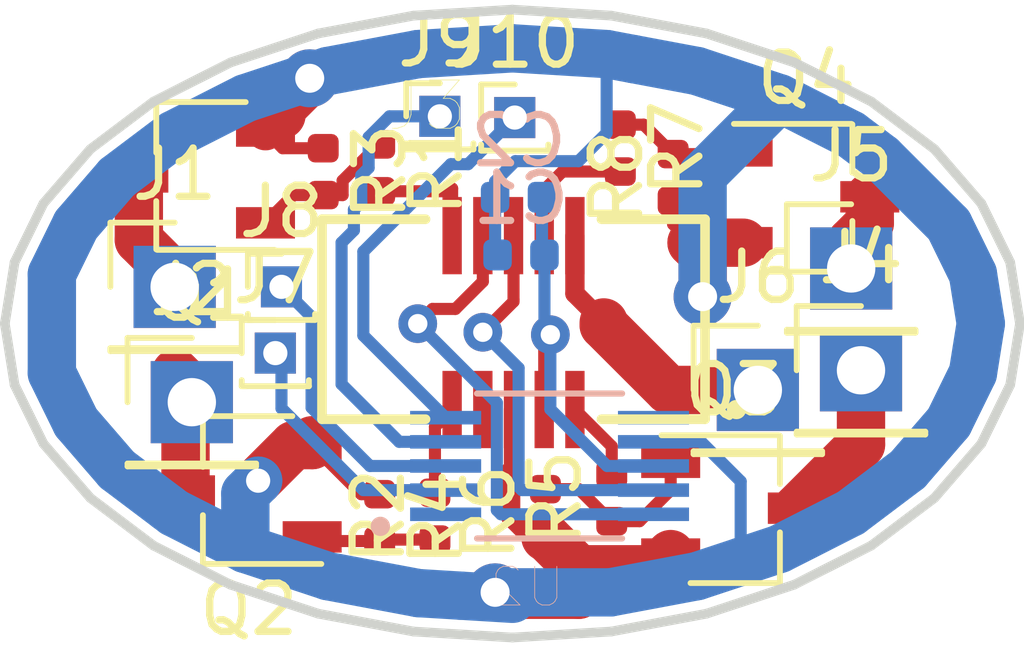
<source format=kicad_pcb>
(kicad_pcb (version 20171130) (host pcbnew 5.1.7-a382d34a8~88~ubuntu20.04.1)

  (general
    (thickness 1.6)
    (drawings 34)
    (tracks 182)
    (zones 0)
    (modules 25)
    (nets 25)
  )

  (page A4)
  (layers
    (0 F.Cu signal)
    (31 B.Cu signal)
    (32 B.Adhes user hide)
    (33 F.Adhes user hide)
    (34 B.Paste user hide)
    (35 F.Paste user hide)
    (36 B.SilkS user hide)
    (37 F.SilkS user)
    (38 B.Mask user hide)
    (39 F.Mask user hide)
    (40 Dwgs.User user hide)
    (41 Cmts.User user hide)
    (42 Eco1.User user hide)
    (43 Eco2.User user hide)
    (44 Edge.Cuts user)
    (45 Margin user hide)
    (46 B.CrtYd user hide)
    (47 F.CrtYd user hide)
    (48 B.Fab user hide)
    (49 F.Fab user hide)
  )

  (setup
    (last_trace_width 0.25)
    (user_trace_width 0.4)
    (user_trace_width 0.8)
    (user_trace_width 1)
    (user_trace_width 2)
    (trace_clearance 0.2)
    (zone_clearance 0.508)
    (zone_45_only no)
    (trace_min 0.2)
    (via_size 0.8)
    (via_drill 0.4)
    (via_min_size 0.4)
    (via_min_drill 0.3)
    (user_via 1 0.5)
    (user_via 1.2 0.6)
    (user_via 1.5 0.75)
    (uvia_size 0.3)
    (uvia_drill 0.1)
    (uvias_allowed no)
    (uvia_min_size 0.2)
    (uvia_min_drill 0.1)
    (edge_width 0.05)
    (segment_width 0.2)
    (pcb_text_width 0.3)
    (pcb_text_size 1.5 1.5)
    (mod_edge_width 0.12)
    (mod_text_size 1 1)
    (mod_text_width 0.15)
    (pad_size 1.524 1.524)
    (pad_drill 0.762)
    (pad_to_mask_clearance 0.05)
    (aux_axis_origin 0 0)
    (visible_elements FFFFFF7F)
    (pcbplotparams
      (layerselection 0x010fc_ffffffff)
      (usegerberextensions false)
      (usegerberattributes true)
      (usegerberadvancedattributes true)
      (creategerberjobfile true)
      (excludeedgelayer true)
      (linewidth 0.100000)
      (plotframeref false)
      (viasonmask false)
      (mode 1)
      (useauxorigin false)
      (hpglpennumber 1)
      (hpglpenspeed 20)
      (hpglpendiameter 15.000000)
      (psnegative false)
      (psa4output false)
      (plotreference true)
      (plotvalue true)
      (plotinvisibletext false)
      (padsonsilk false)
      (subtractmaskfromsilk false)
      (outputformat 1)
      (mirror false)
      (drillshape 1)
      (scaleselection 1)
      (outputdirectory ""))
  )

  (net 0 "")
  (net 1 GND)
  (net 2 "Net-(J1-Pad1)")
  (net 3 "Net-(J2-Pad1)")
  (net 4 "Net-(J4-Pad1)")
  (net 5 "Net-(J5-Pad1)")
  (net 6 "Net-(Q1-Pad1)")
  (net 7 "Net-(Q2-Pad1)")
  (net 8 "Net-(Q3-Pad1)")
  (net 9 "Net-(Q4-Pad1)")
  (net 10 +12V)
  (net 11 "Net-(J7-Pad1)")
  (net 12 "Net-(J8-Pad1)")
  (net 13 "Net-(J9-Pad1)")
  (net 14 "Net-(J10-Pad1)")
  (net 15 /SDA)
  (net 16 "Net-(J3-Pad09)")
  (net 17 "Net-(J3-Pad07)")
  (net 18 "Net-(J3-Pad04)")
  (net 19 "Net-(J3-Pad01)")
  (net 20 /SCL)
  (net 21 "Net-(U2-Pad6)")
  (net 22 "Net-(U2-Pad1)")
  (net 23 "Net-(J3-Pad10)")
  (net 24 +3V3)

  (net_class Default "This is the default net class."
    (clearance 0.2)
    (trace_width 0.25)
    (via_dia 0.8)
    (via_drill 0.4)
    (uvia_dia 0.3)
    (uvia_drill 0.1)
    (add_net +12V)
    (add_net +3V3)
    (add_net /SCL)
    (add_net /SDA)
    (add_net GND)
    (add_net "Net-(J1-Pad1)")
    (add_net "Net-(J10-Pad1)")
    (add_net "Net-(J2-Pad1)")
    (add_net "Net-(J3-Pad01)")
    (add_net "Net-(J3-Pad04)")
    (add_net "Net-(J3-Pad07)")
    (add_net "Net-(J3-Pad09)")
    (add_net "Net-(J3-Pad10)")
    (add_net "Net-(J4-Pad1)")
    (add_net "Net-(J5-Pad1)")
    (add_net "Net-(J7-Pad1)")
    (add_net "Net-(J8-Pad1)")
    (add_net "Net-(J9-Pad1)")
    (add_net "Net-(Q1-Pad1)")
    (add_net "Net-(Q2-Pad1)")
    (add_net "Net-(Q3-Pad1)")
    (add_net "Net-(Q4-Pad1)")
    (add_net "Net-(U2-Pad1)")
    (add_net "Net-(U2-Pad6)")
  )

  (module Resistor_SMD:R_0402_1005Metric (layer F.Cu) (tedit 5B301BBD) (tstamp 5FADF5E0)
    (at 152.6794 103.886 270)
    (descr "Resistor SMD 0402 (1005 Metric), square (rectangular) end terminal, IPC_7351 nominal, (Body size source: http://www.tortai-tech.com/upload/download/2011102023233369053.pdf), generated with kicad-footprint-generator")
    (tags resistor)
    (path /5FB030E1)
    (attr smd)
    (fp_text reference R1 (at 0 -1.17 90) (layer F.SilkS)
      (effects (font (size 1 1) (thickness 0.15)))
    )
    (fp_text value 1k (at 0 1.17 90) (layer F.Fab)
      (effects (font (size 1 1) (thickness 0.15)))
    )
    (fp_line (start -0.5 0.25) (end -0.5 -0.25) (layer F.Fab) (width 0.1))
    (fp_line (start -0.5 -0.25) (end 0.5 -0.25) (layer F.Fab) (width 0.1))
    (fp_line (start 0.5 -0.25) (end 0.5 0.25) (layer F.Fab) (width 0.1))
    (fp_line (start 0.5 0.25) (end -0.5 0.25) (layer F.Fab) (width 0.1))
    (fp_line (start -0.93 0.47) (end -0.93 -0.47) (layer F.CrtYd) (width 0.05))
    (fp_line (start -0.93 -0.47) (end 0.93 -0.47) (layer F.CrtYd) (width 0.05))
    (fp_line (start 0.93 -0.47) (end 0.93 0.47) (layer F.CrtYd) (width 0.05))
    (fp_line (start 0.93 0.47) (end -0.93 0.47) (layer F.CrtYd) (width 0.05))
    (fp_text user %R (at 0 0 90) (layer F.Fab)
      (effects (font (size 0.25 0.25) (thickness 0.04)))
    )
    (pad 2 smd roundrect (at 0.485 0 270) (size 0.59 0.64) (layers F.Cu F.Paste F.Mask) (roundrect_rratio 0.25)
      (net 23 "Net-(J3-Pad10)"))
    (pad 1 smd roundrect (at -0.485 0 270) (size 0.59 0.64) (layers F.Cu F.Paste F.Mask) (roundrect_rratio 0.25)
      (net 6 "Net-(Q1-Pad1)"))
    (model ${KISYS3DMOD}/Resistor_SMD.3dshapes/R_0402_1005Metric.wrl
      (at (xyz 0 0 0))
      (scale (xyz 1 1 1))
      (rotate (xyz 0 0 0))
    )
  )

  (module Capacitor_SMD:C_0402_1005Metric (layer B.Cu) (tedit 5B301BBE) (tstamp 5FC71146)
    (at 155.6028 105.6894 180)
    (descr "Capacitor SMD 0402 (1005 Metric), square (rectangular) end terminal, IPC_7351 nominal, (Body size source: http://www.tortai-tech.com/upload/download/2011102023233369053.pdf), generated with kicad-footprint-generator")
    (tags capacitor)
    (path /5FCD149A)
    (attr smd)
    (fp_text reference C1 (at 0 1.17) (layer B.SilkS)
      (effects (font (size 1 1) (thickness 0.15)) (justify mirror))
    )
    (fp_text value 1uF (at 0 -1.17) (layer B.Fab)
      (effects (font (size 1 1) (thickness 0.15)) (justify mirror))
    )
    (fp_line (start 0.93 -0.47) (end -0.93 -0.47) (layer B.CrtYd) (width 0.05))
    (fp_line (start 0.93 0.47) (end 0.93 -0.47) (layer B.CrtYd) (width 0.05))
    (fp_line (start -0.93 0.47) (end 0.93 0.47) (layer B.CrtYd) (width 0.05))
    (fp_line (start -0.93 -0.47) (end -0.93 0.47) (layer B.CrtYd) (width 0.05))
    (fp_line (start 0.5 -0.25) (end -0.5 -0.25) (layer B.Fab) (width 0.1))
    (fp_line (start 0.5 0.25) (end 0.5 -0.25) (layer B.Fab) (width 0.1))
    (fp_line (start -0.5 0.25) (end 0.5 0.25) (layer B.Fab) (width 0.1))
    (fp_line (start -0.5 -0.25) (end -0.5 0.25) (layer B.Fab) (width 0.1))
    (fp_text user %R (at 0 0) (layer B.Fab)
      (effects (font (size 0.25 0.25) (thickness 0.04)) (justify mirror))
    )
    (pad 2 smd roundrect (at 0.485 0 180) (size 0.59 0.64) (layers B.Cu B.Paste B.Mask) (roundrect_rratio 0.25)
      (net 1 GND))
    (pad 1 smd roundrect (at -0.485 0 180) (size 0.59 0.64) (layers B.Cu B.Paste B.Mask) (roundrect_rratio 0.25)
      (net 24 +3V3))
    (model ${KISYS3DMOD}/Capacitor_SMD.3dshapes/C_0402_1005Metric.wrl
      (at (xyz 0 0 0))
      (scale (xyz 1 1 1))
      (rotate (xyz 0 0 0))
    )
  )

  (module FDC1004DGSR:SOP50P490X110-10N (layer B.Cu) (tedit 5FC66EA3) (tstamp 5FC6A336)
    (at 156.1936 110.0582)
    (path /5FC6827C)
    (fp_text reference U2 (at -0.46 2.508) (layer B.SilkS)
      (effects (font (size 0.8 0.8) (thickness 0.015)) (justify mirror))
    )
    (fp_text value FDC1004DGSR (at 5.636 -2.508) (layer B.Fab)
      (effects (font (size 0.8 0.8) (thickness 0.015)) (justify mirror))
    )
    (fp_line (start 3.135 1.75) (end 3.135 -1.75) (layer B.CrtYd) (width 0.05))
    (fp_line (start -3.135 1.75) (end -3.135 -1.75) (layer B.CrtYd) (width 0.05))
    (fp_line (start -3.135 -1.75) (end 3.135 -1.75) (layer B.CrtYd) (width 0.05))
    (fp_line (start -3.135 1.75) (end 3.135 1.75) (layer B.CrtYd) (width 0.05))
    (fp_line (start 1.5 1.5) (end 1.5 -1.5) (layer B.Fab) (width 0.127))
    (fp_line (start -1.5 1.5) (end -1.5 -1.5) (layer B.Fab) (width 0.127))
    (fp_line (start -1.5 -1.5) (end 1.5 -1.5) (layer B.SilkS) (width 0.127))
    (fp_line (start -1.5 1.5) (end 1.5 1.5) (layer B.SilkS) (width 0.127))
    (fp_line (start -1.5 -1.5) (end 1.5 -1.5) (layer B.Fab) (width 0.127))
    (fp_line (start -1.5 1.5) (end 1.5 1.5) (layer B.Fab) (width 0.127))
    (fp_circle (center -3.5 1.25) (end -3.4 1.25) (layer B.Fab) (width 0.2))
    (fp_circle (center -3.5 1.25) (end -3.4 1.25) (layer B.SilkS) (width 0.2))
    (pad 10 smd rect (at 2.15 1) (size 1.47 0.28) (layers B.Cu B.Paste B.Mask)
      (net 15 /SDA))
    (pad 9 smd rect (at 2.15 0.5) (size 1.47 0.28) (layers B.Cu B.Paste B.Mask)
      (net 20 /SCL))
    (pad 8 smd rect (at 2.15 0) (size 1.47 0.28) (layers B.Cu B.Paste B.Mask)
      (net 24 +3V3))
    (pad 7 smd rect (at 2.15 -0.5) (size 1.47 0.28) (layers B.Cu B.Paste B.Mask)
      (net 1 GND))
    (pad 6 smd rect (at 2.15 -1) (size 1.47 0.28) (layers B.Cu B.Paste B.Mask)
      (net 21 "Net-(U2-Pad6)"))
    (pad 5 smd rect (at -2.15 -1) (size 1.47 0.28) (layers B.Cu B.Paste B.Mask)
      (net 14 "Net-(J10-Pad1)"))
    (pad 4 smd rect (at -2.15 -0.5) (size 1.47 0.28) (layers B.Cu B.Paste B.Mask)
      (net 13 "Net-(J9-Pad1)"))
    (pad 3 smd rect (at -2.15 0) (size 1.47 0.28) (layers B.Cu B.Paste B.Mask)
      (net 12 "Net-(J8-Pad1)"))
    (pad 2 smd rect (at -2.15 0.5) (size 1.47 0.28) (layers B.Cu B.Paste B.Mask)
      (net 11 "Net-(J7-Pad1)"))
    (pad 1 smd rect (at -2.15 1) (size 1.47 0.28) (layers B.Cu B.Paste B.Mask)
      (net 22 "Net-(U2-Pad1)"))
  )

  (module LSS-105-01-L-DV-A:SAMTEC_LSS-105-01-L-DV-A (layer F.Cu) (tedit 5FB84752) (tstamp 5FB9C9E0)
    (at 156.718 108.8898)
    (path /5FBD771E)
    (fp_text reference J3 (at -3.057 -6.285) (layer F.SilkS)
      (effects (font (size 1 1) (thickness 0.015)))
    )
    (fp_text value LSS-105-01-L-DV-A (at 9.008 2.665) (layer F.Fab)
      (effects (font (size 1 1) (thickness 0.015)))
    )
    (fp_line (start -5.232 0.2) (end -5.232 -3.94) (layer F.Fab) (width 0.1))
    (fp_line (start -5.232 -3.94) (end 2.692 -3.94) (layer F.Fab) (width 0.1))
    (fp_line (start 2.692 -3.94) (end 2.692 0.2) (layer F.Fab) (width 0.1))
    (fp_line (start 2.692 0.2) (end -5.232 0.2) (layer F.Fab) (width 0.1))
    (fp_line (start -5.232 0.2) (end -5.232 -3.94) (layer F.SilkS) (width 0.2))
    (fp_line (start 2.692 -3.94) (end 2.692 0.2) (layer F.SilkS) (width 0.2))
    (fp_line (start -5.232 -3.94) (end -3.09 -3.94) (layer F.SilkS) (width 0.2))
    (fp_line (start 0.55 -3.94) (end 2.692 -3.94) (layer F.SilkS) (width 0.2))
    (fp_line (start 0.55 0.2) (end 2.692 0.2) (layer F.SilkS) (width 0.2))
    (fp_line (start -3.09 0.2) (end -5.232 0.2) (layer F.SilkS) (width 0.2))
    (fp_line (start -5.482 1.05) (end -5.482 -4.65) (layer F.CrtYd) (width 0.05))
    (fp_line (start -5.482 -4.65) (end 2.942 -4.65) (layer F.CrtYd) (width 0.05))
    (fp_line (start 2.942 -4.65) (end 2.942 1.05) (layer F.CrtYd) (width 0.05))
    (fp_line (start 2.942 1.05) (end -5.482 1.05) (layer F.CrtYd) (width 0.05))
    (fp_circle (center 3.342 0) (end 3.442 0) (layer F.SilkS) (width 0.2))
    (fp_circle (center 3.342 0) (end 3.442 0) (layer F.Fab) (width 0.2))
    (pad 10 smd rect (at -2.54 -3.6) (size 0.4 1.6) (layers F.Cu F.Paste F.Mask)
      (net 23 "Net-(J3-Pad10)"))
    (pad 09 smd rect (at -2.54 0) (size 0.4 1.6) (layers F.Cu F.Paste F.Mask)
      (net 16 "Net-(J3-Pad09)"))
    (pad 08 smd rect (at -1.905 -3.6) (size 0.4 1.6) (layers F.Cu F.Paste F.Mask)
      (net 15 /SDA))
    (pad 07 smd rect (at -1.905 0) (size 0.4 1.6) (layers F.Cu F.Paste F.Mask)
      (net 17 "Net-(J3-Pad07)"))
    (pad 06 smd rect (at -1.27 -3.6) (size 0.4 1.6) (layers F.Cu F.Paste F.Mask)
      (net 20 /SCL))
    (pad 05 smd rect (at -1.27 0) (size 0.4 1.6) (layers F.Cu F.Paste F.Mask)
      (net 1 GND))
    (pad 04 smd rect (at -0.635 -3.6) (size 0.4 1.6) (layers F.Cu F.Paste F.Mask)
      (net 18 "Net-(J3-Pad04)"))
    (pad 03 smd rect (at -0.635 0) (size 0.4 1.6) (layers F.Cu F.Paste F.Mask)
      (net 24 +3V3))
    (pad 02 smd rect (at 0 -3.6) (size 0.4 1.6) (layers F.Cu F.Paste F.Mask)
      (net 10 +12V))
    (pad 01 smd rect (at 0 0) (size 0.4 1.6) (layers F.Cu F.Paste F.Mask)
      (net 19 "Net-(J3-Pad01)"))
    (pad None np_thru_hole circle (at 1.067 -2.9) (size 0.89 0.89) (drill 0.89) (layers *.Cu *.Mask))
    (pad None np_thru_hole circle (at -3.607 -2.9) (size 0.89 0.89) (drill 0.89) (layers *.Cu *.Mask))
  )

  (module Connector_PinHeader_1.00mm:PinHeader_1x01_P1.00mm_Vertical (layer F.Cu) (tedit 59FED738) (tstamp 5FB5A81A)
    (at 153.924 102.8192)
    (descr "Through hole straight pin header, 1x01, 1.00mm pitch, single row")
    (tags "Through hole pin header THT 1x01 1.00mm single row")
    (path /5FB80260)
    (fp_text reference J9 (at 0 -1.56) (layer F.SilkS)
      (effects (font (size 1 1) (thickness 0.15)))
    )
    (fp_text value Conn_01x01 (at 0 1.56) (layer F.Fab)
      (effects (font (size 1 1) (thickness 0.15)))
    )
    (fp_line (start -0.3175 -0.5) (end 0.635 -0.5) (layer F.Fab) (width 0.1))
    (fp_line (start 0.635 -0.5) (end 0.635 0.5) (layer F.Fab) (width 0.1))
    (fp_line (start 0.635 0.5) (end -0.635 0.5) (layer F.Fab) (width 0.1))
    (fp_line (start -0.635 0.5) (end -0.635 -0.1825) (layer F.Fab) (width 0.1))
    (fp_line (start -0.635 -0.1825) (end -0.3175 -0.5) (layer F.Fab) (width 0.1))
    (fp_line (start -0.695 0.685) (end 0.695 0.685) (layer F.SilkS) (width 0.12))
    (fp_line (start -0.695 0.685) (end -0.695 0.56) (layer F.SilkS) (width 0.12))
    (fp_line (start 0.695 0.685) (end 0.695 0.56) (layer F.SilkS) (width 0.12))
    (fp_line (start -0.695 0.685) (end -0.608276 0.685) (layer F.SilkS) (width 0.12))
    (fp_line (start 0.608276 0.685) (end 0.695 0.685) (layer F.SilkS) (width 0.12))
    (fp_line (start -0.695 0) (end -0.695 -0.685) (layer F.SilkS) (width 0.12))
    (fp_line (start -0.695 -0.685) (end 0 -0.685) (layer F.SilkS) (width 0.12))
    (fp_line (start -1.15 -1) (end -1.15 1) (layer F.CrtYd) (width 0.05))
    (fp_line (start -1.15 1) (end 1.15 1) (layer F.CrtYd) (width 0.05))
    (fp_line (start 1.15 1) (end 1.15 -1) (layer F.CrtYd) (width 0.05))
    (fp_line (start 1.15 -1) (end -1.15 -1) (layer F.CrtYd) (width 0.05))
    (fp_text user %R (at 0 0 90) (layer F.Fab)
      (effects (font (size 0.76 0.76) (thickness 0.114)))
    )
    (pad 1 thru_hole rect (at 0 0) (size 0.85 0.85) (drill 0.5) (layers *.Cu *.Mask)
      (net 13 "Net-(J9-Pad1)"))
    (model ${KISYS3DMOD}/Connector_PinHeader_1.00mm.3dshapes/PinHeader_1x01_P1.00mm_Vertical.wrl
      (at (xyz 0 0 0))
      (scale (xyz 1 1 1))
      (rotate (xyz 0 0 0))
    )
  )

  (module Connector_PinHeader_1.00mm:PinHeader_1x01_P1.00mm_Vertical (layer F.Cu) (tedit 59FED738) (tstamp 5FB5A804)
    (at 150.6474 106.3498)
    (descr "Through hole straight pin header, 1x01, 1.00mm pitch, single row")
    (tags "Through hole pin header THT 1x01 1.00mm single row")
    (path /5FB7FF30)
    (fp_text reference J8 (at 0 -1.56) (layer F.SilkS)
      (effects (font (size 1 1) (thickness 0.15)))
    )
    (fp_text value Conn_01x01 (at 0 1.56) (layer F.Fab)
      (effects (font (size 1 1) (thickness 0.15)))
    )
    (fp_line (start -0.3175 -0.5) (end 0.635 -0.5) (layer F.Fab) (width 0.1))
    (fp_line (start 0.635 -0.5) (end 0.635 0.5) (layer F.Fab) (width 0.1))
    (fp_line (start 0.635 0.5) (end -0.635 0.5) (layer F.Fab) (width 0.1))
    (fp_line (start -0.635 0.5) (end -0.635 -0.1825) (layer F.Fab) (width 0.1))
    (fp_line (start -0.635 -0.1825) (end -0.3175 -0.5) (layer F.Fab) (width 0.1))
    (fp_line (start -0.695 0.685) (end 0.695 0.685) (layer F.SilkS) (width 0.12))
    (fp_line (start -0.695 0.685) (end -0.695 0.56) (layer F.SilkS) (width 0.12))
    (fp_line (start 0.695 0.685) (end 0.695 0.56) (layer F.SilkS) (width 0.12))
    (fp_line (start -0.695 0.685) (end -0.608276 0.685) (layer F.SilkS) (width 0.12))
    (fp_line (start 0.608276 0.685) (end 0.695 0.685) (layer F.SilkS) (width 0.12))
    (fp_line (start -0.695 0) (end -0.695 -0.685) (layer F.SilkS) (width 0.12))
    (fp_line (start -0.695 -0.685) (end 0 -0.685) (layer F.SilkS) (width 0.12))
    (fp_line (start -1.15 -1) (end -1.15 1) (layer F.CrtYd) (width 0.05))
    (fp_line (start -1.15 1) (end 1.15 1) (layer F.CrtYd) (width 0.05))
    (fp_line (start 1.15 1) (end 1.15 -1) (layer F.CrtYd) (width 0.05))
    (fp_line (start 1.15 -1) (end -1.15 -1) (layer F.CrtYd) (width 0.05))
    (fp_text user %R (at 0 0 90) (layer F.Fab)
      (effects (font (size 0.76 0.76) (thickness 0.114)))
    )
    (pad 1 thru_hole rect (at 0 0) (size 0.85 0.85) (drill 0.5) (layers *.Cu *.Mask)
      (net 12 "Net-(J8-Pad1)"))
    (model ${KISYS3DMOD}/Connector_PinHeader_1.00mm.3dshapes/PinHeader_1x01_P1.00mm_Vertical.wrl
      (at (xyz 0 0 0))
      (scale (xyz 1 1 1))
      (rotate (xyz 0 0 0))
    )
  )

  (module Connector_PinHeader_2.54mm:PinHeader_1x01_P2.54mm_Vertical (layer F.Cu) (tedit 59FED5CC) (tstamp 5FADF57D)
    (at 162.433 105.9688)
    (descr "Through hole straight pin header, 1x01, 2.54mm pitch, single row")
    (tags "Through hole pin header THT 1x01 2.54mm single row")
    (path /5FB020C4)
    (fp_text reference J5 (at 0 -2.33) (layer F.SilkS)
      (effects (font (size 1 1) (thickness 0.15)))
    )
    (fp_text value Conn_01x01 (at 0 2.33) (layer F.Fab)
      (effects (font (size 1 1) (thickness 0.15)))
    )
    (fp_line (start -0.635 -1.27) (end 1.27 -1.27) (layer F.Fab) (width 0.1))
    (fp_line (start 1.27 -1.27) (end 1.27 1.27) (layer F.Fab) (width 0.1))
    (fp_line (start 1.27 1.27) (end -1.27 1.27) (layer F.Fab) (width 0.1))
    (fp_line (start -1.27 1.27) (end -1.27 -0.635) (layer F.Fab) (width 0.1))
    (fp_line (start -1.27 -0.635) (end -0.635 -1.27) (layer F.Fab) (width 0.1))
    (fp_line (start -1.33 1.33) (end 1.33 1.33) (layer F.SilkS) (width 0.12))
    (fp_line (start -1.33 1.27) (end -1.33 1.33) (layer F.SilkS) (width 0.12))
    (fp_line (start 1.33 1.27) (end 1.33 1.33) (layer F.SilkS) (width 0.12))
    (fp_line (start -1.33 1.27) (end 1.33 1.27) (layer F.SilkS) (width 0.12))
    (fp_line (start -1.33 0) (end -1.33 -1.33) (layer F.SilkS) (width 0.12))
    (fp_line (start -1.33 -1.33) (end 0 -1.33) (layer F.SilkS) (width 0.12))
    (fp_line (start -1.8 -1.8) (end -1.8 1.8) (layer F.CrtYd) (width 0.05))
    (fp_line (start -1.8 1.8) (end 1.8 1.8) (layer F.CrtYd) (width 0.05))
    (fp_line (start 1.8 1.8) (end 1.8 -1.8) (layer F.CrtYd) (width 0.05))
    (fp_line (start 1.8 -1.8) (end -1.8 -1.8) (layer F.CrtYd) (width 0.05))
    (fp_text user %R (at 0 0 90) (layer F.Fab)
      (effects (font (size 1 1) (thickness 0.15)))
    )
    (pad 1 thru_hole rect (at 0 0) (size 1.7 1.7) (drill 1) (layers *.Cu *.Mask)
      (net 5 "Net-(J5-Pad1)"))
    (model ${KISYS3DMOD}/Connector_PinHeader_2.54mm.3dshapes/PinHeader_1x01_P2.54mm_Vertical.wrl
      (at (xyz 0 0 0))
      (scale (xyz 1 1 1))
      (rotate (xyz 0 0 0))
    )
  )

  (module Resistor_SMD:R_0402_1005Metric (layer F.Cu) (tedit 5B301BBD) (tstamp 5FADF61C)
    (at 157.48 110.7162 90)
    (descr "Resistor SMD 0402 (1005 Metric), square (rectangular) end terminal, IPC_7351 nominal, (Body size source: http://www.tortai-tech.com/upload/download/2011102023233369053.pdf), generated with kicad-footprint-generator")
    (tags resistor)
    (path /5FAE0608)
    (attr smd)
    (fp_text reference R5 (at 0 -1.17 90) (layer F.SilkS)
      (effects (font (size 1 1) (thickness 0.15)))
    )
    (fp_text value 1k (at 0 1.17 90) (layer F.Fab)
      (effects (font (size 1 1) (thickness 0.15)))
    )
    (fp_line (start -0.5 0.25) (end -0.5 -0.25) (layer F.Fab) (width 0.1))
    (fp_line (start -0.5 -0.25) (end 0.5 -0.25) (layer F.Fab) (width 0.1))
    (fp_line (start 0.5 -0.25) (end 0.5 0.25) (layer F.Fab) (width 0.1))
    (fp_line (start 0.5 0.25) (end -0.5 0.25) (layer F.Fab) (width 0.1))
    (fp_line (start -0.93 0.47) (end -0.93 -0.47) (layer F.CrtYd) (width 0.05))
    (fp_line (start -0.93 -0.47) (end 0.93 -0.47) (layer F.CrtYd) (width 0.05))
    (fp_line (start 0.93 -0.47) (end 0.93 0.47) (layer F.CrtYd) (width 0.05))
    (fp_line (start 0.93 0.47) (end -0.93 0.47) (layer F.CrtYd) (width 0.05))
    (fp_text user %R (at 0 0 90) (layer F.Fab)
      (effects (font (size 0.25 0.25) (thickness 0.04)))
    )
    (pad 2 smd roundrect (at 0.485 0 90) (size 0.59 0.64) (layers F.Cu F.Paste F.Mask) (roundrect_rratio 0.25)
      (net 19 "Net-(J3-Pad01)"))
    (pad 1 smd roundrect (at -0.485 0 90) (size 0.59 0.64) (layers F.Cu F.Paste F.Mask) (roundrect_rratio 0.25)
      (net 8 "Net-(Q3-Pad1)"))
    (model ${KISYS3DMOD}/Resistor_SMD.3dshapes/R_0402_1005Metric.wrl
      (at (xyz 0 0 0))
      (scale (xyz 1 1 1))
      (rotate (xyz 0 0 0))
    )
  )

  (module Resistor_SMD:R_0402_1005Metric (layer F.Cu) (tedit 5B301BBD) (tstamp 5FADF5FE)
    (at 151.511 103.9646 270)
    (descr "Resistor SMD 0402 (1005 Metric), square (rectangular) end terminal, IPC_7351 nominal, (Body size source: http://www.tortai-tech.com/upload/download/2011102023233369053.pdf), generated with kicad-footprint-generator")
    (tags resistor)
    (path /5FB030ED)
    (attr smd)
    (fp_text reference R3 (at 0 -1.17 90) (layer F.SilkS)
      (effects (font (size 1 1) (thickness 0.15)))
    )
    (fp_text value 10k (at 0 1.17 90) (layer F.Fab)
      (effects (font (size 1 1) (thickness 0.15)))
    )
    (fp_line (start -0.5 0.25) (end -0.5 -0.25) (layer F.Fab) (width 0.1))
    (fp_line (start -0.5 -0.25) (end 0.5 -0.25) (layer F.Fab) (width 0.1))
    (fp_line (start 0.5 -0.25) (end 0.5 0.25) (layer F.Fab) (width 0.1))
    (fp_line (start 0.5 0.25) (end -0.5 0.25) (layer F.Fab) (width 0.1))
    (fp_line (start -0.93 0.47) (end -0.93 -0.47) (layer F.CrtYd) (width 0.05))
    (fp_line (start -0.93 -0.47) (end 0.93 -0.47) (layer F.CrtYd) (width 0.05))
    (fp_line (start 0.93 -0.47) (end 0.93 0.47) (layer F.CrtYd) (width 0.05))
    (fp_line (start 0.93 0.47) (end -0.93 0.47) (layer F.CrtYd) (width 0.05))
    (fp_text user %R (at 0 0 90) (layer F.Fab)
      (effects (font (size 0.25 0.25) (thickness 0.04)))
    )
    (pad 2 smd roundrect (at 0.485 0 270) (size 0.59 0.64) (layers F.Cu F.Paste F.Mask) (roundrect_rratio 0.25)
      (net 6 "Net-(Q1-Pad1)"))
    (pad 1 smd roundrect (at -0.485 0 270) (size 0.59 0.64) (layers F.Cu F.Paste F.Mask) (roundrect_rratio 0.25)
      (net 1 GND))
    (model ${KISYS3DMOD}/Resistor_SMD.3dshapes/R_0402_1005Metric.wrl
      (at (xyz 0 0 0))
      (scale (xyz 1 1 1))
      (rotate (xyz 0 0 0))
    )
  )

  (module Connector_PinHeader_2.54mm:PinHeader_1x01_P2.54mm_Vertical (layer F.Cu) (tedit 59FED5CC) (tstamp 5FADF529)
    (at 148.7932 108.7374)
    (descr "Through hole straight pin header, 1x01, 2.54mm pitch, single row")
    (tags "Through hole pin header THT 1x01 2.54mm single row")
    (path /5FB040D6)
    (fp_text reference J2 (at 0 -2.33) (layer F.SilkS)
      (effects (font (size 1 1) (thickness 0.15)))
    )
    (fp_text value Conn_01x01 (at 0 2.33) (layer F.Fab)
      (effects (font (size 1 1) (thickness 0.15)))
    )
    (fp_line (start -0.635 -1.27) (end 1.27 -1.27) (layer F.Fab) (width 0.1))
    (fp_line (start 1.27 -1.27) (end 1.27 1.27) (layer F.Fab) (width 0.1))
    (fp_line (start 1.27 1.27) (end -1.27 1.27) (layer F.Fab) (width 0.1))
    (fp_line (start -1.27 1.27) (end -1.27 -0.635) (layer F.Fab) (width 0.1))
    (fp_line (start -1.27 -0.635) (end -0.635 -1.27) (layer F.Fab) (width 0.1))
    (fp_line (start -1.33 1.33) (end 1.33 1.33) (layer F.SilkS) (width 0.12))
    (fp_line (start -1.33 1.27) (end -1.33 1.33) (layer F.SilkS) (width 0.12))
    (fp_line (start 1.33 1.27) (end 1.33 1.33) (layer F.SilkS) (width 0.12))
    (fp_line (start -1.33 1.27) (end 1.33 1.27) (layer F.SilkS) (width 0.12))
    (fp_line (start -1.33 0) (end -1.33 -1.33) (layer F.SilkS) (width 0.12))
    (fp_line (start -1.33 -1.33) (end 0 -1.33) (layer F.SilkS) (width 0.12))
    (fp_line (start -1.8 -1.8) (end -1.8 1.8) (layer F.CrtYd) (width 0.05))
    (fp_line (start -1.8 1.8) (end 1.8 1.8) (layer F.CrtYd) (width 0.05))
    (fp_line (start 1.8 1.8) (end 1.8 -1.8) (layer F.CrtYd) (width 0.05))
    (fp_line (start 1.8 -1.8) (end -1.8 -1.8) (layer F.CrtYd) (width 0.05))
    (fp_text user %R (at 0 0 90) (layer F.Fab)
      (effects (font (size 1 1) (thickness 0.15)))
    )
    (pad 1 thru_hole rect (at 0 0) (size 1.7 1.7) (drill 1) (layers *.Cu *.Mask)
      (net 3 "Net-(J2-Pad1)"))
    (model ${KISYS3DMOD}/Connector_PinHeader_2.54mm.3dshapes/PinHeader_1x01_P2.54mm_Vertical.wrl
      (at (xyz 0 0 0))
      (scale (xyz 1 1 1))
      (rotate (xyz 0 0 0))
    )
  )

  (module Connector_PinHeader_2.54mm:PinHeader_1x01_P2.54mm_Vertical (layer F.Cu) (tedit 59FED5CC) (tstamp 5FB5A16B)
    (at 160.5026 108.4834)
    (descr "Through hole straight pin header, 1x01, 2.54mm pitch, single row")
    (tags "Through hole pin header THT 1x01 2.54mm single row")
    (path /5FB67D7D)
    (fp_text reference J6 (at 0 -2.33) (layer F.SilkS)
      (effects (font (size 1 1) (thickness 0.15)))
    )
    (fp_text value Conn_01x01 (at 0 2.33) (layer F.Fab)
      (effects (font (size 1 1) (thickness 0.15)))
    )
    (fp_line (start -0.635 -1.27) (end 1.27 -1.27) (layer F.Fab) (width 0.1))
    (fp_line (start 1.27 -1.27) (end 1.27 1.27) (layer F.Fab) (width 0.1))
    (fp_line (start 1.27 1.27) (end -1.27 1.27) (layer F.Fab) (width 0.1))
    (fp_line (start -1.27 1.27) (end -1.27 -0.635) (layer F.Fab) (width 0.1))
    (fp_line (start -1.27 -0.635) (end -0.635 -1.27) (layer F.Fab) (width 0.1))
    (fp_line (start -1.33 1.33) (end 1.33 1.33) (layer F.SilkS) (width 0.12))
    (fp_line (start -1.33 1.27) (end -1.33 1.33) (layer F.SilkS) (width 0.12))
    (fp_line (start 1.33 1.27) (end 1.33 1.33) (layer F.SilkS) (width 0.12))
    (fp_line (start -1.33 1.27) (end 1.33 1.27) (layer F.SilkS) (width 0.12))
    (fp_line (start -1.33 0) (end -1.33 -1.33) (layer F.SilkS) (width 0.12))
    (fp_line (start -1.33 -1.33) (end 0 -1.33) (layer F.SilkS) (width 0.12))
    (fp_line (start -1.8 -1.8) (end -1.8 1.8) (layer F.CrtYd) (width 0.05))
    (fp_line (start -1.8 1.8) (end 1.8 1.8) (layer F.CrtYd) (width 0.05))
    (fp_line (start 1.8 1.8) (end 1.8 -1.8) (layer F.CrtYd) (width 0.05))
    (fp_line (start 1.8 -1.8) (end -1.8 -1.8) (layer F.CrtYd) (width 0.05))
    (fp_text user %R (at 0 0 90) (layer F.Fab)
      (effects (font (size 1 1) (thickness 0.15)))
    )
    (pad 1 thru_hole rect (at 0 0) (size 1.7 1.7) (drill 1) (layers *.Cu *.Mask)
      (net 10 +12V))
    (model ${KISYS3DMOD}/Connector_PinHeader_2.54mm.3dshapes/PinHeader_1x01_P2.54mm_Vertical.wrl
      (at (xyz 0 0 0))
      (scale (xyz 1 1 1))
      (rotate (xyz 0 0 0))
    )
  )

  (module Connector_PinHeader_2.54mm:PinHeader_1x01_P2.54mm_Vertical (layer F.Cu) (tedit 59FED5CC) (tstamp 5FADF568)
    (at 162.6362 108.077)
    (descr "Through hole straight pin header, 1x01, 2.54mm pitch, single row")
    (tags "Through hole pin header THT 1x01 2.54mm single row")
    (path /5FAEA27F)
    (fp_text reference J4 (at 0 -2.33) (layer F.SilkS)
      (effects (font (size 1 1) (thickness 0.15)))
    )
    (fp_text value Conn_01x01 (at 0 2.33) (layer F.Fab)
      (effects (font (size 1 1) (thickness 0.15)))
    )
    (fp_line (start -0.635 -1.27) (end 1.27 -1.27) (layer F.Fab) (width 0.1))
    (fp_line (start 1.27 -1.27) (end 1.27 1.27) (layer F.Fab) (width 0.1))
    (fp_line (start 1.27 1.27) (end -1.27 1.27) (layer F.Fab) (width 0.1))
    (fp_line (start -1.27 1.27) (end -1.27 -0.635) (layer F.Fab) (width 0.1))
    (fp_line (start -1.27 -0.635) (end -0.635 -1.27) (layer F.Fab) (width 0.1))
    (fp_line (start -1.33 1.33) (end 1.33 1.33) (layer F.SilkS) (width 0.12))
    (fp_line (start -1.33 1.27) (end -1.33 1.33) (layer F.SilkS) (width 0.12))
    (fp_line (start 1.33 1.27) (end 1.33 1.33) (layer F.SilkS) (width 0.12))
    (fp_line (start -1.33 1.27) (end 1.33 1.27) (layer F.SilkS) (width 0.12))
    (fp_line (start -1.33 0) (end -1.33 -1.33) (layer F.SilkS) (width 0.12))
    (fp_line (start -1.33 -1.33) (end 0 -1.33) (layer F.SilkS) (width 0.12))
    (fp_line (start -1.8 -1.8) (end -1.8 1.8) (layer F.CrtYd) (width 0.05))
    (fp_line (start -1.8 1.8) (end 1.8 1.8) (layer F.CrtYd) (width 0.05))
    (fp_line (start 1.8 1.8) (end 1.8 -1.8) (layer F.CrtYd) (width 0.05))
    (fp_line (start 1.8 -1.8) (end -1.8 -1.8) (layer F.CrtYd) (width 0.05))
    (fp_text user %R (at 0 0 90) (layer F.Fab)
      (effects (font (size 1 1) (thickness 0.15)))
    )
    (pad 1 thru_hole rect (at 0 0) (size 1.7 1.7) (drill 1) (layers *.Cu *.Mask)
      (net 4 "Net-(J4-Pad1)"))
    (model ${KISYS3DMOD}/Connector_PinHeader_2.54mm.3dshapes/PinHeader_1x01_P2.54mm_Vertical.wrl
      (at (xyz 0 0 0))
      (scale (xyz 1 1 1))
      (rotate (xyz 0 0 0))
    )
  )

  (module Package_TO_SOT_SMD:TSOT-23 (layer F.Cu) (tedit 5A02FF57) (tstamp 5FADF592)
    (at 149.0072 104.074 180)
    (descr "3-pin TSOT23 package, http://www.analog.com.tw/pdf/All_In_One.pdf")
    (tags TSOT-23)
    (path /5FB030E7)
    (attr smd)
    (fp_text reference Q1 (at 0 -2.45) (layer F.SilkS)
      (effects (font (size 1 1) (thickness 0.15)))
    )
    (fp_text value Q_NMOS_GSD (at 0 2.5) (layer F.Fab)
      (effects (font (size 1 1) (thickness 0.15)))
    )
    (fp_line (start 0.95 0.5) (end 0.95 1.55) (layer F.SilkS) (width 0.12))
    (fp_line (start 0.95 1.55) (end -0.9 1.55) (layer F.SilkS) (width 0.12))
    (fp_line (start 0.95 -1.5) (end 0.95 -0.5) (layer F.SilkS) (width 0.12))
    (fp_line (start 0.93 -1.51) (end -1.5 -1.51) (layer F.SilkS) (width 0.12))
    (fp_line (start -0.88 -1) (end -0.43 -1.45) (layer F.Fab) (width 0.1))
    (fp_line (start 0.88 -1.45) (end -0.43 -1.45) (layer F.Fab) (width 0.1))
    (fp_line (start -0.88 -1) (end -0.88 1.45) (layer F.Fab) (width 0.1))
    (fp_line (start 0.88 1.45) (end -0.88 1.45) (layer F.Fab) (width 0.1))
    (fp_line (start 0.88 -1.45) (end 0.88 1.45) (layer F.Fab) (width 0.1))
    (fp_line (start -2.17 -1.7) (end 2.17 -1.7) (layer F.CrtYd) (width 0.05))
    (fp_line (start -2.17 -1.7) (end -2.17 1.7) (layer F.CrtYd) (width 0.05))
    (fp_line (start 2.17 1.7) (end 2.17 -1.7) (layer F.CrtYd) (width 0.05))
    (fp_line (start 2.17 1.7) (end -2.17 1.7) (layer F.CrtYd) (width 0.05))
    (fp_text user %R (at 0 0 90) (layer F.Fab)
      (effects (font (size 0.5 0.5) (thickness 0.075)))
    )
    (pad 3 smd rect (at 1.31 0 180) (size 1.22 0.65) (layers F.Cu F.Paste F.Mask)
      (net 2 "Net-(J1-Pad1)"))
    (pad 2 smd rect (at -1.31 0.95 180) (size 1.22 0.65) (layers F.Cu F.Paste F.Mask)
      (net 1 GND))
    (pad 1 smd rect (at -1.31 -0.95 180) (size 1.22 0.65) (layers F.Cu F.Paste F.Mask)
      (net 6 "Net-(Q1-Pad1)"))
    (model ${KISYS3DMOD}/Package_TO_SOT_SMD.3dshapes/TSOT-23.wrl
      (at (xyz 0 0 0))
      (scale (xyz 1 1 1))
      (rotate (xyz 0 0 0))
    )
  )

  (module Connector_PinHeader_2.54mm:PinHeader_1x01_P2.54mm_Vertical (layer F.Cu) (tedit 59FED5CC) (tstamp 5FADF514)
    (at 148.4376 106.3498)
    (descr "Through hole straight pin header, 1x01, 2.54mm pitch, single row")
    (tags "Through hole pin header THT 1x01 2.54mm single row")
    (path /5FB030FA)
    (fp_text reference J1 (at 0 -2.33) (layer F.SilkS)
      (effects (font (size 1 1) (thickness 0.15)))
    )
    (fp_text value Conn_01x01 (at 0 2.33) (layer F.Fab)
      (effects (font (size 1 1) (thickness 0.15)))
    )
    (fp_line (start -0.635 -1.27) (end 1.27 -1.27) (layer F.Fab) (width 0.1))
    (fp_line (start 1.27 -1.27) (end 1.27 1.27) (layer F.Fab) (width 0.1))
    (fp_line (start 1.27 1.27) (end -1.27 1.27) (layer F.Fab) (width 0.1))
    (fp_line (start -1.27 1.27) (end -1.27 -0.635) (layer F.Fab) (width 0.1))
    (fp_line (start -1.27 -0.635) (end -0.635 -1.27) (layer F.Fab) (width 0.1))
    (fp_line (start -1.33 1.33) (end 1.33 1.33) (layer F.SilkS) (width 0.12))
    (fp_line (start -1.33 1.27) (end -1.33 1.33) (layer F.SilkS) (width 0.12))
    (fp_line (start 1.33 1.27) (end 1.33 1.33) (layer F.SilkS) (width 0.12))
    (fp_line (start -1.33 1.27) (end 1.33 1.27) (layer F.SilkS) (width 0.12))
    (fp_line (start -1.33 0) (end -1.33 -1.33) (layer F.SilkS) (width 0.12))
    (fp_line (start -1.33 -1.33) (end 0 -1.33) (layer F.SilkS) (width 0.12))
    (fp_line (start -1.8 -1.8) (end -1.8 1.8) (layer F.CrtYd) (width 0.05))
    (fp_line (start -1.8 1.8) (end 1.8 1.8) (layer F.CrtYd) (width 0.05))
    (fp_line (start 1.8 1.8) (end 1.8 -1.8) (layer F.CrtYd) (width 0.05))
    (fp_line (start 1.8 -1.8) (end -1.8 -1.8) (layer F.CrtYd) (width 0.05))
    (fp_text user %R (at 0 0 90) (layer F.Fab)
      (effects (font (size 1 1) (thickness 0.15)))
    )
    (pad 1 thru_hole rect (at 0 0) (size 1.7 1.7) (drill 1) (layers *.Cu *.Mask)
      (net 2 "Net-(J1-Pad1)"))
    (model ${KISYS3DMOD}/Connector_PinHeader_2.54mm.3dshapes/PinHeader_1x01_P2.54mm_Vertical.wrl
      (at (xyz 0 0 0))
      (scale (xyz 1 1 1))
      (rotate (xyz 0 0 0))
    )
  )

  (module Package_TO_SOT_SMD:TSOT-23 (layer F.Cu) (tedit 5A02FF57) (tstamp 5FADF5D1)
    (at 161.5078 104.4854)
    (descr "3-pin TSOT23 package, http://www.analog.com.tw/pdf/All_In_One.pdf")
    (tags TSOT-23)
    (path /5FB020B1)
    (attr smd)
    (fp_text reference Q4 (at 0 -2.45) (layer F.SilkS)
      (effects (font (size 1 1) (thickness 0.15)))
    )
    (fp_text value Q_NMOS_GSD (at 0 2.5) (layer F.Fab)
      (effects (font (size 1 1) (thickness 0.15)))
    )
    (fp_line (start 0.95 0.5) (end 0.95 1.55) (layer F.SilkS) (width 0.12))
    (fp_line (start 0.95 1.55) (end -0.9 1.55) (layer F.SilkS) (width 0.12))
    (fp_line (start 0.95 -1.5) (end 0.95 -0.5) (layer F.SilkS) (width 0.12))
    (fp_line (start 0.93 -1.51) (end -1.5 -1.51) (layer F.SilkS) (width 0.12))
    (fp_line (start -0.88 -1) (end -0.43 -1.45) (layer F.Fab) (width 0.1))
    (fp_line (start 0.88 -1.45) (end -0.43 -1.45) (layer F.Fab) (width 0.1))
    (fp_line (start -0.88 -1) (end -0.88 1.45) (layer F.Fab) (width 0.1))
    (fp_line (start 0.88 1.45) (end -0.88 1.45) (layer F.Fab) (width 0.1))
    (fp_line (start 0.88 -1.45) (end 0.88 1.45) (layer F.Fab) (width 0.1))
    (fp_line (start -2.17 -1.7) (end 2.17 -1.7) (layer F.CrtYd) (width 0.05))
    (fp_line (start -2.17 -1.7) (end -2.17 1.7) (layer F.CrtYd) (width 0.05))
    (fp_line (start 2.17 1.7) (end 2.17 -1.7) (layer F.CrtYd) (width 0.05))
    (fp_line (start 2.17 1.7) (end -2.17 1.7) (layer F.CrtYd) (width 0.05))
    (fp_text user %R (at -0.3914 -0.3706 -270) (layer F.Fab)
      (effects (font (size 0.5 0.5) (thickness 0.075)))
    )
    (pad 3 smd rect (at 1.31 0) (size 1.22 0.65) (layers F.Cu F.Paste F.Mask)
      (net 5 "Net-(J5-Pad1)"))
    (pad 2 smd rect (at -1.31 0.95) (size 1.22 0.65) (layers F.Cu F.Paste F.Mask)
      (net 1 GND))
    (pad 1 smd rect (at -1.31 -0.95) (size 1.22 0.65) (layers F.Cu F.Paste F.Mask)
      (net 9 "Net-(Q4-Pad1)"))
    (model ${KISYS3DMOD}/Package_TO_SOT_SMD.3dshapes/TSOT-23.wrl
      (at (xyz 0 0 0))
      (scale (xyz 1 1 1))
      (rotate (xyz 0 0 0))
    )
  )

  (module Connector_PinHeader_1.00mm:PinHeader_1x01_P1.00mm_Vertical (layer F.Cu) (tedit 59FED738) (tstamp 5FB5A830)
    (at 155.4734 102.8446)
    (descr "Through hole straight pin header, 1x01, 1.00mm pitch, single row")
    (tags "Through hole pin header THT 1x01 1.00mm single row")
    (path /5FB805C6)
    (fp_text reference J10 (at 0 -1.56) (layer F.SilkS)
      (effects (font (size 1 1) (thickness 0.15)))
    )
    (fp_text value Conn_01x01 (at 0 1.56) (layer F.Fab)
      (effects (font (size 1 1) (thickness 0.15)))
    )
    (fp_line (start -0.3175 -0.5) (end 0.635 -0.5) (layer F.Fab) (width 0.1))
    (fp_line (start 0.635 -0.5) (end 0.635 0.5) (layer F.Fab) (width 0.1))
    (fp_line (start 0.635 0.5) (end -0.635 0.5) (layer F.Fab) (width 0.1))
    (fp_line (start -0.635 0.5) (end -0.635 -0.1825) (layer F.Fab) (width 0.1))
    (fp_line (start -0.635 -0.1825) (end -0.3175 -0.5) (layer F.Fab) (width 0.1))
    (fp_line (start -0.695 0.685) (end 0.695 0.685) (layer F.SilkS) (width 0.12))
    (fp_line (start -0.695 0.685) (end -0.695 0.56) (layer F.SilkS) (width 0.12))
    (fp_line (start 0.695 0.685) (end 0.695 0.56) (layer F.SilkS) (width 0.12))
    (fp_line (start -0.695 0.685) (end -0.608276 0.685) (layer F.SilkS) (width 0.12))
    (fp_line (start 0.608276 0.685) (end 0.695 0.685) (layer F.SilkS) (width 0.12))
    (fp_line (start -0.695 0) (end -0.695 -0.685) (layer F.SilkS) (width 0.12))
    (fp_line (start -0.695 -0.685) (end 0 -0.685) (layer F.SilkS) (width 0.12))
    (fp_line (start -1.15 -1) (end -1.15 1) (layer F.CrtYd) (width 0.05))
    (fp_line (start -1.15 1) (end 1.15 1) (layer F.CrtYd) (width 0.05))
    (fp_line (start 1.15 1) (end 1.15 -1) (layer F.CrtYd) (width 0.05))
    (fp_line (start 1.15 -1) (end -1.15 -1) (layer F.CrtYd) (width 0.05))
    (fp_text user %R (at 0 0 90) (layer F.Fab)
      (effects (font (size 0.76 0.76) (thickness 0.114)))
    )
    (pad 1 thru_hole rect (at 0 0) (size 0.85 0.85) (drill 0.5) (layers *.Cu *.Mask)
      (net 14 "Net-(J10-Pad1)"))
    (model ${KISYS3DMOD}/Connector_PinHeader_1.00mm.3dshapes/PinHeader_1x01_P1.00mm_Vertical.wrl
      (at (xyz 0 0 0))
      (scale (xyz 1 1 1))
      (rotate (xyz 0 0 0))
    )
  )

  (module Resistor_SMD:R_0402_1005Metric (layer F.Cu) (tedit 5B301BBD) (tstamp 5FADF60D)
    (at 152.6794 111.1274 270)
    (descr "Resistor SMD 0402 (1005 Metric), square (rectangular) end terminal, IPC_7351 nominal, (Body size source: http://www.tortai-tech.com/upload/download/2011102023233369053.pdf), generated with kicad-footprint-generator")
    (tags resistor)
    (path /5FB040C9)
    (attr smd)
    (fp_text reference R4 (at 0 -1.17 90) (layer F.SilkS)
      (effects (font (size 1 1) (thickness 0.15)))
    )
    (fp_text value 10k (at 0 1.17 90) (layer F.Fab)
      (effects (font (size 1 1) (thickness 0.15)))
    )
    (fp_line (start -0.5 0.25) (end -0.5 -0.25) (layer F.Fab) (width 0.1))
    (fp_line (start -0.5 -0.25) (end 0.5 -0.25) (layer F.Fab) (width 0.1))
    (fp_line (start 0.5 -0.25) (end 0.5 0.25) (layer F.Fab) (width 0.1))
    (fp_line (start 0.5 0.25) (end -0.5 0.25) (layer F.Fab) (width 0.1))
    (fp_line (start -0.93 0.47) (end -0.93 -0.47) (layer F.CrtYd) (width 0.05))
    (fp_line (start -0.93 -0.47) (end 0.93 -0.47) (layer F.CrtYd) (width 0.05))
    (fp_line (start 0.93 -0.47) (end 0.93 0.47) (layer F.CrtYd) (width 0.05))
    (fp_line (start 0.93 0.47) (end -0.93 0.47) (layer F.CrtYd) (width 0.05))
    (fp_text user %R (at 0 0 90) (layer F.Fab)
      (effects (font (size 0.25 0.25) (thickness 0.04)))
    )
    (pad 2 smd roundrect (at 0.485 0 270) (size 0.59 0.64) (layers F.Cu F.Paste F.Mask) (roundrect_rratio 0.25)
      (net 7 "Net-(Q2-Pad1)"))
    (pad 1 smd roundrect (at -0.485 0 270) (size 0.59 0.64) (layers F.Cu F.Paste F.Mask) (roundrect_rratio 0.25)
      (net 1 GND))
    (model ${KISYS3DMOD}/Resistor_SMD.3dshapes/R_0402_1005Metric.wrl
      (at (xyz 0 0 0))
      (scale (xyz 1 1 1))
      (rotate (xyz 0 0 0))
    )
  )

  (module Package_TO_SOT_SMD:TSOT-23 (layer F.Cu) (tedit 5A02FF57) (tstamp 5FADF5A7)
    (at 149.9724 110.5764 180)
    (descr "3-pin TSOT23 package, http://www.analog.com.tw/pdf/All_In_One.pdf")
    (tags TSOT-23)
    (path /5FB040C3)
    (attr smd)
    (fp_text reference Q2 (at 0 -2.45) (layer F.SilkS)
      (effects (font (size 1 1) (thickness 0.15)))
    )
    (fp_text value Q_NMOS_GSD (at 0 2.5) (layer F.Fab)
      (effects (font (size 1 1) (thickness 0.15)))
    )
    (fp_line (start 0.95 0.5) (end 0.95 1.55) (layer F.SilkS) (width 0.12))
    (fp_line (start 0.95 1.55) (end -0.9 1.55) (layer F.SilkS) (width 0.12))
    (fp_line (start 0.95 -1.5) (end 0.95 -0.5) (layer F.SilkS) (width 0.12))
    (fp_line (start 0.93 -1.51) (end -1.5 -1.51) (layer F.SilkS) (width 0.12))
    (fp_line (start -0.88 -1) (end -0.43 -1.45) (layer F.Fab) (width 0.1))
    (fp_line (start 0.88 -1.45) (end -0.43 -1.45) (layer F.Fab) (width 0.1))
    (fp_line (start -0.88 -1) (end -0.88 1.45) (layer F.Fab) (width 0.1))
    (fp_line (start 0.88 1.45) (end -0.88 1.45) (layer F.Fab) (width 0.1))
    (fp_line (start 0.88 -1.45) (end 0.88 1.45) (layer F.Fab) (width 0.1))
    (fp_line (start -2.17 -1.7) (end 2.17 -1.7) (layer F.CrtYd) (width 0.05))
    (fp_line (start -2.17 -1.7) (end -2.17 1.7) (layer F.CrtYd) (width 0.05))
    (fp_line (start 2.17 1.7) (end 2.17 -1.7) (layer F.CrtYd) (width 0.05))
    (fp_line (start 2.17 1.7) (end -2.17 1.7) (layer F.CrtYd) (width 0.05))
    (fp_text user %R (at 0 0 90) (layer F.Fab)
      (effects (font (size 0.5 0.5) (thickness 0.075)))
    )
    (pad 3 smd rect (at 1.31 0 180) (size 1.22 0.65) (layers F.Cu F.Paste F.Mask)
      (net 3 "Net-(J2-Pad1)"))
    (pad 2 smd rect (at -1.31 0.95 180) (size 1.22 0.65) (layers F.Cu F.Paste F.Mask)
      (net 1 GND))
    (pad 1 smd rect (at -1.31 -0.95 180) (size 1.22 0.65) (layers F.Cu F.Paste F.Mask)
      (net 7 "Net-(Q2-Pad1)"))
    (model ${KISYS3DMOD}/Package_TO_SOT_SMD.3dshapes/TSOT-23.wrl
      (at (xyz 0 0 0))
      (scale (xyz 1 1 1))
      (rotate (xyz 0 0 0))
    )
  )

  (module Resistor_SMD:R_0402_1005Metric (layer F.Cu) (tedit 5B301BBD) (tstamp 5FADF62B)
    (at 156.1084 111.0234 90)
    (descr "Resistor SMD 0402 (1005 Metric), square (rectangular) end terminal, IPC_7351 nominal, (Body size source: http://www.tortai-tech.com/upload/download/2011102023233369053.pdf), generated with kicad-footprint-generator")
    (tags resistor)
    (path /5FAE8C58)
    (attr smd)
    (fp_text reference R6 (at 0 -1.17 90) (layer F.SilkS)
      (effects (font (size 1 1) (thickness 0.15)))
    )
    (fp_text value 10k (at 0 1.17 90) (layer F.Fab)
      (effects (font (size 1 1) (thickness 0.15)))
    )
    (fp_line (start -0.5 0.25) (end -0.5 -0.25) (layer F.Fab) (width 0.1))
    (fp_line (start -0.5 -0.25) (end 0.5 -0.25) (layer F.Fab) (width 0.1))
    (fp_line (start 0.5 -0.25) (end 0.5 0.25) (layer F.Fab) (width 0.1))
    (fp_line (start 0.5 0.25) (end -0.5 0.25) (layer F.Fab) (width 0.1))
    (fp_line (start -0.93 0.47) (end -0.93 -0.47) (layer F.CrtYd) (width 0.05))
    (fp_line (start -0.93 -0.47) (end 0.93 -0.47) (layer F.CrtYd) (width 0.05))
    (fp_line (start 0.93 -0.47) (end 0.93 0.47) (layer F.CrtYd) (width 0.05))
    (fp_line (start 0.93 0.47) (end -0.93 0.47) (layer F.CrtYd) (width 0.05))
    (fp_text user %R (at 0 0 90) (layer F.Fab)
      (effects (font (size 0.25 0.25) (thickness 0.04)))
    )
    (pad 2 smd roundrect (at 0.485 0 90) (size 0.59 0.64) (layers F.Cu F.Paste F.Mask) (roundrect_rratio 0.25)
      (net 8 "Net-(Q3-Pad1)"))
    (pad 1 smd roundrect (at -0.485 0 90) (size 0.59 0.64) (layers F.Cu F.Paste F.Mask) (roundrect_rratio 0.25)
      (net 1 GND))
    (model ${KISYS3DMOD}/Resistor_SMD.3dshapes/R_0402_1005Metric.wrl
      (at (xyz 0 0 0))
      (scale (xyz 1 1 1))
      (rotate (xyz 0 0 0))
    )
  )

  (module Resistor_SMD:R_0402_1005Metric (layer F.Cu) (tedit 5B301BBD) (tstamp 5FADF5EF)
    (at 153.8224 111.0972 90)
    (descr "Resistor SMD 0402 (1005 Metric), square (rectangular) end terminal, IPC_7351 nominal, (Body size source: http://www.tortai-tech.com/upload/download/2011102023233369053.pdf), generated with kicad-footprint-generator")
    (tags resistor)
    (path /5FB040BD)
    (attr smd)
    (fp_text reference R2 (at 0 -1.17 90) (layer F.SilkS)
      (effects (font (size 1 1) (thickness 0.15)))
    )
    (fp_text value 1k (at 0 1.17 90) (layer F.Fab)
      (effects (font (size 1 1) (thickness 0.15)))
    )
    (fp_line (start -0.5 0.25) (end -0.5 -0.25) (layer F.Fab) (width 0.1))
    (fp_line (start -0.5 -0.25) (end 0.5 -0.25) (layer F.Fab) (width 0.1))
    (fp_line (start 0.5 -0.25) (end 0.5 0.25) (layer F.Fab) (width 0.1))
    (fp_line (start 0.5 0.25) (end -0.5 0.25) (layer F.Fab) (width 0.1))
    (fp_line (start -0.93 0.47) (end -0.93 -0.47) (layer F.CrtYd) (width 0.05))
    (fp_line (start -0.93 -0.47) (end 0.93 -0.47) (layer F.CrtYd) (width 0.05))
    (fp_line (start 0.93 -0.47) (end 0.93 0.47) (layer F.CrtYd) (width 0.05))
    (fp_line (start 0.93 0.47) (end -0.93 0.47) (layer F.CrtYd) (width 0.05))
    (fp_text user %R (at 0 0 90) (layer F.Fab)
      (effects (font (size 0.25 0.25) (thickness 0.04)))
    )
    (pad 2 smd roundrect (at 0.485 0 90) (size 0.59 0.64) (layers F.Cu F.Paste F.Mask) (roundrect_rratio 0.25)
      (net 16 "Net-(J3-Pad09)"))
    (pad 1 smd roundrect (at -0.485 0 90) (size 0.59 0.64) (layers F.Cu F.Paste F.Mask) (roundrect_rratio 0.25)
      (net 7 "Net-(Q2-Pad1)"))
    (model ${KISYS3DMOD}/Resistor_SMD.3dshapes/R_0402_1005Metric.wrl
      (at (xyz 0 0 0))
      (scale (xyz 1 1 1))
      (rotate (xyz 0 0 0))
    )
  )

  (module Connector_PinHeader_1.00mm:PinHeader_1x01_P1.00mm_Vertical (layer F.Cu) (tedit 59FED738) (tstamp 5FB5A7EE)
    (at 150.5204 107.7214)
    (descr "Through hole straight pin header, 1x01, 1.00mm pitch, single row")
    (tags "Through hole pin header THT 1x01 1.00mm single row")
    (path /5FB7F769)
    (fp_text reference J7 (at 0 -1.56) (layer F.SilkS)
      (effects (font (size 1 1) (thickness 0.15)))
    )
    (fp_text value Conn_01x01 (at 0 1.56) (layer F.Fab)
      (effects (font (size 1 1) (thickness 0.15)))
    )
    (fp_line (start -0.3175 -0.5) (end 0.635 -0.5) (layer F.Fab) (width 0.1))
    (fp_line (start 0.635 -0.5) (end 0.635 0.5) (layer F.Fab) (width 0.1))
    (fp_line (start 0.635 0.5) (end -0.635 0.5) (layer F.Fab) (width 0.1))
    (fp_line (start -0.635 0.5) (end -0.635 -0.1825) (layer F.Fab) (width 0.1))
    (fp_line (start -0.635 -0.1825) (end -0.3175 -0.5) (layer F.Fab) (width 0.1))
    (fp_line (start -0.695 0.685) (end 0.695 0.685) (layer F.SilkS) (width 0.12))
    (fp_line (start -0.695 0.685) (end -0.695 0.56) (layer F.SilkS) (width 0.12))
    (fp_line (start 0.695 0.685) (end 0.695 0.56) (layer F.SilkS) (width 0.12))
    (fp_line (start -0.695 0.685) (end -0.608276 0.685) (layer F.SilkS) (width 0.12))
    (fp_line (start 0.608276 0.685) (end 0.695 0.685) (layer F.SilkS) (width 0.12))
    (fp_line (start -0.695 0) (end -0.695 -0.685) (layer F.SilkS) (width 0.12))
    (fp_line (start -0.695 -0.685) (end 0 -0.685) (layer F.SilkS) (width 0.12))
    (fp_line (start -1.15 -1) (end -1.15 1) (layer F.CrtYd) (width 0.05))
    (fp_line (start -1.15 1) (end 1.15 1) (layer F.CrtYd) (width 0.05))
    (fp_line (start 1.15 1) (end 1.15 -1) (layer F.CrtYd) (width 0.05))
    (fp_line (start 1.15 -1) (end -1.15 -1) (layer F.CrtYd) (width 0.05))
    (fp_text user %R (at 0 0 90) (layer F.Fab)
      (effects (font (size 0.76 0.76) (thickness 0.114)))
    )
    (pad 1 thru_hole rect (at 0 0) (size 0.85 0.85) (drill 0.5) (layers *.Cu *.Mask)
      (net 11 "Net-(J7-Pad1)"))
    (model ${KISYS3DMOD}/Connector_PinHeader_1.00mm.3dshapes/PinHeader_1x01_P1.00mm_Vertical.wrl
      (at (xyz 0 0 0))
      (scale (xyz 1 1 1))
      (rotate (xyz 0 0 0))
    )
  )

  (module Package_TO_SOT_SMD:TSOT-23 (layer F.Cu) (tedit 5A02FF57) (tstamp 5FADF5BC)
    (at 160.0092 110.932)
    (descr "3-pin TSOT23 package, http://www.analog.com.tw/pdf/All_In_One.pdf")
    (tags TSOT-23)
    (path /5FAE2394)
    (attr smd)
    (fp_text reference Q3 (at 0 -2.45) (layer F.SilkS)
      (effects (font (size 1 1) (thickness 0.15)))
    )
    (fp_text value Q_NMOS_GSD (at 0 2.5) (layer F.Fab)
      (effects (font (size 1 1) (thickness 0.15)))
    )
    (fp_line (start 0.95 0.5) (end 0.95 1.55) (layer F.SilkS) (width 0.12))
    (fp_line (start 0.95 1.55) (end -0.9 1.55) (layer F.SilkS) (width 0.12))
    (fp_line (start 0.95 -1.5) (end 0.95 -0.5) (layer F.SilkS) (width 0.12))
    (fp_line (start 0.93 -1.51) (end -1.5 -1.51) (layer F.SilkS) (width 0.12))
    (fp_line (start -0.88 -1) (end -0.43 -1.45) (layer F.Fab) (width 0.1))
    (fp_line (start 0.88 -1.45) (end -0.43 -1.45) (layer F.Fab) (width 0.1))
    (fp_line (start -0.88 -1) (end -0.88 1.45) (layer F.Fab) (width 0.1))
    (fp_line (start 0.88 1.45) (end -0.88 1.45) (layer F.Fab) (width 0.1))
    (fp_line (start 0.88 -1.45) (end 0.88 1.45) (layer F.Fab) (width 0.1))
    (fp_line (start -2.17 -1.7) (end 2.17 -1.7) (layer F.CrtYd) (width 0.05))
    (fp_line (start -2.17 -1.7) (end -2.17 1.7) (layer F.CrtYd) (width 0.05))
    (fp_line (start 2.17 1.7) (end 2.17 -1.7) (layer F.CrtYd) (width 0.05))
    (fp_line (start 2.17 1.7) (end -2.17 1.7) (layer F.CrtYd) (width 0.05))
    (fp_text user %R (at 0.2286 -0.0762 -270) (layer F.Fab)
      (effects (font (size 0.5 0.5) (thickness 0.075)))
    )
    (pad 3 smd rect (at 1.31 0) (size 1.22 0.65) (layers F.Cu F.Paste F.Mask)
      (net 4 "Net-(J4-Pad1)"))
    (pad 2 smd rect (at -1.31 0.95) (size 1.22 0.65) (layers F.Cu F.Paste F.Mask)
      (net 1 GND))
    (pad 1 smd rect (at -1.31 -0.95) (size 1.22 0.65) (layers F.Cu F.Paste F.Mask)
      (net 8 "Net-(Q3-Pad1)"))
    (model ${KISYS3DMOD}/Package_TO_SOT_SMD.3dshapes/TSOT-23.wrl
      (at (xyz 0 0 0))
      (scale (xyz 1 1 1))
      (rotate (xyz 0 0 0))
    )
  )

  (module Resistor_SMD:R_0402_1005Metric (layer F.Cu) (tedit 5B301BBD) (tstamp 5FADF649)
    (at 158.75 104.0868 90)
    (descr "Resistor SMD 0402 (1005 Metric), square (rectangular) end terminal, IPC_7351 nominal, (Body size source: http://www.tortai-tech.com/upload/download/2011102023233369053.pdf), generated with kicad-footprint-generator")
    (tags resistor)
    (path /5FB020B7)
    (attr smd)
    (fp_text reference R8 (at 0 -1.17 270) (layer F.SilkS)
      (effects (font (size 1 1) (thickness 0.15)))
    )
    (fp_text value 10k (at 0 1.17 270) (layer F.Fab)
      (effects (font (size 1 1) (thickness 0.15)))
    )
    (fp_line (start -0.5 0.25) (end -0.5 -0.25) (layer F.Fab) (width 0.1))
    (fp_line (start -0.5 -0.25) (end 0.5 -0.25) (layer F.Fab) (width 0.1))
    (fp_line (start 0.5 -0.25) (end 0.5 0.25) (layer F.Fab) (width 0.1))
    (fp_line (start 0.5 0.25) (end -0.5 0.25) (layer F.Fab) (width 0.1))
    (fp_line (start -0.93 0.47) (end -0.93 -0.47) (layer F.CrtYd) (width 0.05))
    (fp_line (start -0.93 -0.47) (end 0.93 -0.47) (layer F.CrtYd) (width 0.05))
    (fp_line (start 0.93 -0.47) (end 0.93 0.47) (layer F.CrtYd) (width 0.05))
    (fp_line (start 0.93 0.47) (end -0.93 0.47) (layer F.CrtYd) (width 0.05))
    (fp_text user %R (at 0 0 270) (layer F.Fab)
      (effects (font (size 0.25 0.25) (thickness 0.04)))
    )
    (pad 2 smd roundrect (at 0.485 0 90) (size 0.59 0.64) (layers F.Cu F.Paste F.Mask) (roundrect_rratio 0.25)
      (net 9 "Net-(Q4-Pad1)"))
    (pad 1 smd roundrect (at -0.485 0 90) (size 0.59 0.64) (layers F.Cu F.Paste F.Mask) (roundrect_rratio 0.25)
      (net 1 GND))
    (model ${KISYS3DMOD}/Resistor_SMD.3dshapes/R_0402_1005Metric.wrl
      (at (xyz 0 0 0))
      (scale (xyz 1 1 1))
      (rotate (xyz 0 0 0))
    )
  )

  (module Resistor_SMD:R_0402_1005Metric (layer F.Cu) (tedit 5B301BBD) (tstamp 5FADF63A)
    (at 157.6578 103.4772 270)
    (descr "Resistor SMD 0402 (1005 Metric), square (rectangular) end terminal, IPC_7351 nominal, (Body size source: http://www.tortai-tech.com/upload/download/2011102023233369053.pdf), generated with kicad-footprint-generator")
    (tags resistor)
    (path /5FB020AB)
    (attr smd)
    (fp_text reference R7 (at 0 -1.17 90) (layer F.SilkS)
      (effects (font (size 1 1) (thickness 0.15)))
    )
    (fp_text value 1k (at 0 1.17 90) (layer F.Fab)
      (effects (font (size 1 1) (thickness 0.15)))
    )
    (fp_line (start -0.5 0.25) (end -0.5 -0.25) (layer F.Fab) (width 0.1))
    (fp_line (start -0.5 -0.25) (end 0.5 -0.25) (layer F.Fab) (width 0.1))
    (fp_line (start 0.5 -0.25) (end 0.5 0.25) (layer F.Fab) (width 0.1))
    (fp_line (start 0.5 0.25) (end -0.5 0.25) (layer F.Fab) (width 0.1))
    (fp_line (start -0.93 0.47) (end -0.93 -0.47) (layer F.CrtYd) (width 0.05))
    (fp_line (start -0.93 -0.47) (end 0.93 -0.47) (layer F.CrtYd) (width 0.05))
    (fp_line (start 0.93 -0.47) (end 0.93 0.47) (layer F.CrtYd) (width 0.05))
    (fp_line (start 0.93 0.47) (end -0.93 0.47) (layer F.CrtYd) (width 0.05))
    (fp_text user %R (at 0 0 90) (layer F.Fab)
      (effects (font (size 0.25 0.25) (thickness 0.04)))
    )
    (pad 2 smd roundrect (at 0.485 0 270) (size 0.59 0.64) (layers F.Cu F.Paste F.Mask) (roundrect_rratio 0.25)
      (net 18 "Net-(J3-Pad04)"))
    (pad 1 smd roundrect (at -0.485 0 270) (size 0.59 0.64) (layers F.Cu F.Paste F.Mask) (roundrect_rratio 0.25)
      (net 9 "Net-(Q4-Pad1)"))
    (model ${KISYS3DMOD}/Resistor_SMD.3dshapes/R_0402_1005Metric.wrl
      (at (xyz 0 0 0))
      (scale (xyz 1 1 1))
      (rotate (xyz 0 0 0))
    )
  )

  (module Capacitor_SMD:C_0402_1005Metric (layer B.Cu) (tedit 5B301BBE) (tstamp 5FADF4FF)
    (at 155.552 104.4956 180)
    (descr "Capacitor SMD 0402 (1005 Metric), square (rectangular) end terminal, IPC_7351 nominal, (Body size source: http://www.tortai-tech.com/upload/download/2011102023233369053.pdf), generated with kicad-footprint-generator")
    (tags capacitor)
    (path /5FAD7C59)
    (attr smd)
    (fp_text reference C2 (at 0 1.17 180) (layer B.SilkS)
      (effects (font (size 1 1) (thickness 0.15)) (justify mirror))
    )
    (fp_text value 0.1uF (at 0 -1.17 180) (layer B.Fab)
      (effects (font (size 1 1) (thickness 0.15)) (justify mirror))
    )
    (fp_line (start -0.5 -0.25) (end -0.5 0.25) (layer B.Fab) (width 0.1))
    (fp_line (start -0.5 0.25) (end 0.5 0.25) (layer B.Fab) (width 0.1))
    (fp_line (start 0.5 0.25) (end 0.5 -0.25) (layer B.Fab) (width 0.1))
    (fp_line (start 0.5 -0.25) (end -0.5 -0.25) (layer B.Fab) (width 0.1))
    (fp_line (start -0.93 -0.47) (end -0.93 0.47) (layer B.CrtYd) (width 0.05))
    (fp_line (start -0.93 0.47) (end 0.93 0.47) (layer B.CrtYd) (width 0.05))
    (fp_line (start 0.93 0.47) (end 0.93 -0.47) (layer B.CrtYd) (width 0.05))
    (fp_line (start 0.93 -0.47) (end -0.93 -0.47) (layer B.CrtYd) (width 0.05))
    (fp_text user %R (at 0 0 180) (layer B.Fab)
      (effects (font (size 0.25 0.25) (thickness 0.04)) (justify mirror))
    )
    (pad 2 smd roundrect (at 0.485 0 180) (size 0.59 0.64) (layers B.Cu B.Paste B.Mask) (roundrect_rratio 0.25)
      (net 1 GND))
    (pad 1 smd roundrect (at -0.485 0 180) (size 0.59 0.64) (layers B.Cu B.Paste B.Mask) (roundrect_rratio 0.25)
      (net 24 +3V3))
    (model ${KISYS3DMOD}/Capacitor_SMD.3dshapes/C_0402_1005Metric.wrl
      (at (xyz 0 0 0))
      (scale (xyz 1 1 1))
      (rotate (xyz 0 0 0))
    )
  )

  (gr_line (start 164.155095 103.498836) (end 162.849286 102.513848) (layer Edge.Cuts) (width 0.2))
  (gr_line (start 155.424665 113.610041) (end 157.473113 113.485146) (layer Edge.Cuts) (width 0.2))
  (gr_line (start 157.473113 113.485146) (end 159.442841 113.115258) (layer Edge.Cuts) (width 0.2))
  (gr_line (start 159.442841 113.115258) (end 161.258152 112.514594) (layer Edge.Cuts) (width 0.2))
  (gr_line (start 165.924665 107.110042) (end 165.72291 105.841955) (layer Edge.Cuts) (width 0.2))
  (gr_line (start 161.258152 112.514594) (end 162.849286 111.706236) (layer Edge.Cuts) (width 0.2))
  (gr_line (start 162.849286 111.706236) (end 164.155095 110.721248) (layer Edge.Cuts) (width 0.2))
  (gr_line (start 151.406489 113.115258) (end 153.376217 113.485146) (layer Edge.Cuts) (width 0.2))
  (gr_line (start 149.591178 112.514594) (end 151.406489 113.115258) (layer Edge.Cuts) (width 0.2))
  (gr_line (start 145.72393 104.6226) (end 145.12642 105.841955) (layer Edge.Cuts) (width 0.2))
  (gr_line (start 145.12642 105.841955) (end 144.924665 107.110042) (layer Edge.Cuts) (width 0.2))
  (gr_line (start 144.924665 107.110042) (end 145.12642 108.378129) (layer Edge.Cuts) (width 0.2))
  (gr_line (start 145.12642 108.378129) (end 145.72393 109.597484) (layer Edge.Cuts) (width 0.2))
  (gr_line (start 145.72393 109.597484) (end 146.694235 110.721248) (layer Edge.Cuts) (width 0.2))
  (gr_line (start 164.155095 110.721248) (end 165.1254 109.597484) (layer Edge.Cuts) (width 0.2))
  (gr_line (start 146.694235 110.721248) (end 148.000044 111.706236) (layer Edge.Cuts) (width 0.2))
  (gr_circle (center 153.087103 106.010041) (end 153.342103 106.010041) (layer Edge.Cuts) (width 0.2))
  (gr_line (start 162.849286 102.513848) (end 161.258152 101.70549) (layer Edge.Cuts) (width 0.2))
  (gr_line (start 148.000044 111.706236) (end 149.591178 112.514594) (layer Edge.Cuts) (width 0.2))
  (gr_line (start 146.694235 103.498836) (end 145.72393 104.6226) (layer Edge.Cuts) (width 0.2))
  (gr_line (start 159.442841 101.104826) (end 157.473113 100.734938) (layer Edge.Cuts) (width 0.2))
  (gr_line (start 157.473113 100.734938) (end 155.424665 100.610043) (layer Edge.Cuts) (width 0.2))
  (gr_line (start 155.424665 100.610043) (end 153.376217 100.734938) (layer Edge.Cuts) (width 0.2))
  (gr_line (start 165.72291 108.378129) (end 165.924665 107.110042) (layer Edge.Cuts) (width 0.2))
  (gr_line (start 153.376217 100.734938) (end 151.406489 101.104826) (layer Edge.Cuts) (width 0.2))
  (gr_line (start 151.406489 101.104826) (end 149.591178 101.70549) (layer Edge.Cuts) (width 0.2))
  (gr_line (start 149.591178 101.70549) (end 148.000044 102.513848) (layer Edge.Cuts) (width 0.2))
  (gr_line (start 148.000044 102.513848) (end 146.694235 103.498836) (layer Edge.Cuts) (width 0.2))
  (gr_line (start 161.258152 101.70549) (end 159.442841 101.104826) (layer Edge.Cuts) (width 0.2))
  (gr_circle (center 157.762102 106.010041) (end 158.017102 106.010041) (layer Edge.Cuts) (width 0.2))
  (gr_line (start 165.1254 109.597484) (end 165.72291 108.378129) (layer Edge.Cuts) (width 0.2))
  (gr_line (start 165.72291 105.841955) (end 165.1254 104.6226) (layer Edge.Cuts) (width 0.2))
  (gr_line (start 153.376217 113.485146) (end 155.424665 113.610041) (layer Edge.Cuts) (width 0.2))
  (gr_line (start 165.1254 104.6226) (end 164.155095 103.498836) (layer Edge.Cuts) (width 0.2))

  (via (at 150.1648 110.363) (size 1) (drill 0.5) (layers F.Cu B.Cu) (net 1))
  (via (at 159.3596 106.553) (size 1.2) (drill 0.6) (layers F.Cu B.Cu) (net 1))
  (via (at 151.2316 102.0318) (size 1.2) (drill 0.6) (layers F.Cu B.Cu) (net 1))
  (via (at 155.067 112.6744) (size 1.2) (drill 0.6) (layers F.Cu B.Cu) (net 1))
  (segment (start 155.7884 111.5084) (end 156.1084 111.5084) (width 0.4) (layer F.Cu) (net 1))
  (segment (start 155.38839 111.10839) (end 155.7884 111.5084) (width 0.4) (layer F.Cu) (net 1))
  (segment (start 155.38839 110.164112) (end 155.38839 111.10839) (width 0.4) (layer F.Cu) (net 1))
  (segment (start 155.448 110.104502) (end 155.38839 110.164112) (width 0.4) (layer F.Cu) (net 1))
  (segment (start 155.448 108.8898) (end 155.448 110.104502) (width 0.4) (layer F.Cu) (net 1))
  (segment (start 151.2824 109.525398) (end 151.2824 109.6264) (width 1) (layer F.Cu) (net 1))
  (segment (start 156.13341 111.53341) (end 156.1084 111.53341) (width 1) (layer F.Cu) (net 1))
  (segment (start 156.79621 112.19621) (end 156.13341 111.53341) (width 1) (layer F.Cu) (net 1))
  (segment (start 158.38499 112.19621) (end 156.79621 112.19621) (width 1) (layer F.Cu) (net 1))
  (segment (start 158.6992 111.882) (end 158.38499 112.19621) (width 1) (layer F.Cu) (net 1))
  (segment (start 160.1978 105.4354) (end 159.131 105.4354) (width 1) (layer F.Cu) (net 1))
  (segment (start 152.2984 110.6424) (end 151.2824 109.6264) (width 0.25) (layer F.Cu) (net 1))
  (segment (start 152.6794 110.6424) (end 152.2984 110.6424) (width 0.25) (layer F.Cu) (net 1))
  (segment (start 149.899761 111.774034) (end 149.899761 111.774033) (width 1) (layer B.Cu) (net 1))
  (segment (start 151.606875 112.338895) (end 153.474769 112.689659) (width 1) (layer B.Cu) (net 1))
  (segment (start 155.067 112.6744) (end 157.455822 112.6744) (width 1) (layer B.Cu) (net 1))
  (segment (start 157.455822 112.6744) (end 159.242456 112.338896) (width 1) (layer B.Cu) (net 1))
  (segment (start 147.244055 104.086184) (end 146.396906 105.067315) (width 1) (layer B.Cu) (net 1))
  (segment (start 145.897631 106.0862) (end 145.897631 108.133883) (width 1) (layer B.Cu) (net 1))
  (segment (start 146.396905 109.152768) (end 147.244054 110.133898) (width 1) (layer B.Cu) (net 1))
  (segment (start 147.244054 110.133898) (end 148.287264 110.920804) (width 1) (layer B.Cu) (net 1))
  (segment (start 164.452425 105.067316) (end 163.059945 103.674836) (width 1) (layer B.Cu) (net 1))
  (segment (start 146.396906 105.067315) (end 145.897631 106.0862) (width 1) (layer B.Cu) (net 1))
  (segment (start 162.423931 103.195083) (end 160.949569 102.446051) (width 1) (layer B.Cu) (net 1))
  (segment (start 160.949569 102.446051) (end 159.242455 101.881189) (width 1) (layer B.Cu) (net 1))
  (segment (start 149.899761 111.774033) (end 151.606875 112.338895) (width 1) (layer B.Cu) (net 1))
  (segment (start 163.059945 103.674836) (end 162.423931 103.195083) (width 1) (layer B.Cu) (net 1))
  (segment (start 153.474769 112.689659) (end 154.350371 112.743045) (width 1) (layer B.Cu) (net 1))
  (segment (start 159.242455 101.881189) (end 157.927435 101.634247) (width 1) (layer B.Cu) (net 1))
  (segment (start 160.949569 111.774034) (end 162.42393 111.025002) (width 1) (layer B.Cu) (net 1))
  (segment (start 157.927435 101.634247) (end 157.374559 101.530425) (width 1) (layer B.Cu) (net 1))
  (segment (start 162.42393 111.025002) (end 163.605275 110.1339) (width 1) (layer B.Cu) (net 1))
  (segment (start 155.424664 101.411539) (end 153.474769 101.530424) (width 1) (layer B.Cu) (net 1))
  (segment (start 164.452423 109.15277) (end 164.951698 108.133884) (width 1) (layer B.Cu) (net 1))
  (segment (start 164.951699 106.086201) (end 164.452425 105.067316) (width 1) (layer B.Cu) (net 1))
  (segment (start 148.4254 103.195082) (end 147.244055 104.086184) (width 1) (layer B.Cu) (net 1))
  (segment (start 163.605275 110.1339) (end 164.452423 109.15277) (width 1) (layer B.Cu) (net 1))
  (segment (start 153.474769 101.530424) (end 151.606875 101.881188) (width 1) (layer B.Cu) (net 1))
  (segment (start 145.897631 108.133883) (end 146.396905 109.152768) (width 1) (layer B.Cu) (net 1))
  (segment (start 148.4254 111.025001) (end 149.899761 111.774034) (width 1) (layer B.Cu) (net 1))
  (segment (start 157.374559 101.530425) (end 155.424664 101.411539) (width 1) (layer B.Cu) (net 1))
  (segment (start 149.899762 102.446049) (end 148.4254 103.195082) (width 1) (layer B.Cu) (net 1))
  (segment (start 148.287264 110.920804) (end 148.4254 111.025001) (width 1) (layer B.Cu) (net 1))
  (segment (start 151.606875 101.881188) (end 149.899762 102.446049) (width 1) (layer B.Cu) (net 1))
  (segment (start 165.114594 107.11004) (end 164.951699 106.086201) (width 1) (layer B.Cu) (net 1))
  (segment (start 164.951698 108.133884) (end 165.114594 107.11004) (width 1) (layer B.Cu) (net 1))
  (segment (start 154.350371 112.743045) (end 155.424665 112.808545) (width 1) (layer B.Cu) (net 1))
  (segment (start 150.6474 102.616) (end 151.2316 102.0318) (width 1) (layer F.Cu) (net 1))
  (segment (start 151.11061 102.33059) (end 150.6474 102.7938) (width 0.8) (layer F.Cu) (net 1))
  (segment (start 150.6474 102.7938) (end 150.6474 102.616) (width 1) (layer F.Cu) (net 1))
  (segment (start 150.6474 102.7938) (end 150.3172 103.124) (width 0.8) (layer F.Cu) (net 1))
  (segment (start 159.3596 105.664) (end 159.131 105.4354) (width 1) (layer F.Cu) (net 1))
  (segment (start 159.3596 106.553) (end 159.3596 105.664) (width 1) (layer F.Cu) (net 1))
  (segment (start 156.79621 112.19621) (end 156.79621 112.724922) (width 1) (layer F.Cu) (net 1))
  (segment (start 155.117522 112.724922) (end 155.067 112.6744) (width 1) (layer F.Cu) (net 1))
  (segment (start 156.79621 112.724922) (end 155.117522 112.724922) (width 1) (layer F.Cu) (net 1))
  (segment (start 158.75 105.0544) (end 159.3596 105.664) (width 0.25) (layer F.Cu) (net 1))
  (segment (start 158.75 104.5718) (end 158.75 105.0544) (width 0.25) (layer F.Cu) (net 1))
  (segment (start 150.6728 103.4796) (end 150.3172 103.124) (width 0.25) (layer F.Cu) (net 1))
  (segment (start 151.511 103.4796) (end 150.6728 103.4796) (width 0.25) (layer F.Cu) (net 1))
  (segment (start 159.152799 106.759801) (end 159.3596 106.553) (width 0.25) (layer B.Cu) (net 1))
  (segment (start 155.067 105.6386) (end 155.1178 105.6894) (width 0.25) (layer B.Cu) (net 1))
  (segment (start 155.067 104.4956) (end 155.067 105.6386) (width 0.25) (layer B.Cu) (net 1))
  (segment (start 157.374559 103.165843) (end 157.374559 101.530425) (width 0.25) (layer B.Cu) (net 1))
  (segment (start 156.793401 103.747001) (end 157.374559 103.165843) (width 0.25) (layer B.Cu) (net 1))
  (segment (start 155.485399 103.747001) (end 156.793401 103.747001) (width 0.25) (layer B.Cu) (net 1))
  (segment (start 155.067 104.1654) (end 155.485399 103.747001) (width 0.25) (layer B.Cu) (net 1))
  (segment (start 155.067 104.4956) (end 155.067 104.1654) (width 0.25) (layer B.Cu) (net 1))
  (segment (start 150.9014 109.6264) (end 150.1648 110.363) (width 1) (layer F.Cu) (net 1))
  (segment (start 151.2824 109.6264) (end 150.9014 109.6264) (width 1) (layer F.Cu) (net 1))
  (segment (start 149.899761 110.628039) (end 150.1648 110.363) (width 1) (layer B.Cu) (net 1))
  (segment (start 149.899761 111.774034) (end 149.899761 110.628039) (width 1) (layer B.Cu) (net 1))
  (segment (start 159.3286 109.5582) (end 160.147146 110.376746) (width 0.25) (layer B.Cu) (net 1))
  (segment (start 160.147146 112.039546) (end 160.949569 111.774034) (width 1) (layer B.Cu) (net 1))
  (segment (start 160.147146 110.376746) (end 160.147146 112.039546) (width 0.25) (layer B.Cu) (net 1))
  (segment (start 158.3436 109.5582) (end 159.3286 109.5582) (width 0.25) (layer B.Cu) (net 1))
  (segment (start 159.242456 112.338896) (end 160.147146 112.039546) (width 1) (layer B.Cu) (net 1))
  (segment (start 159.3596 104.03602) (end 159.3596 106.553) (width 1) (layer B.Cu) (net 1))
  (segment (start 160.949569 102.446051) (end 159.3596 104.03602) (width 1) (layer B.Cu) (net 1))
  (segment (start 147.6972 105.3808) (end 148.1582 105.8418) (width 1) (layer F.Cu) (net 2))
  (segment (start 147.6972 104.074) (end 147.6972 105.3808) (width 1) (layer F.Cu) (net 2))
  (segment (start 148.6624 108.3272) (end 148.463 108.1278) (width 1) (layer F.Cu) (net 3))
  (segment (start 148.6624 110.5764) (end 148.6624 108.3272) (width 1) (layer F.Cu) (net 3))
  (segment (start 161.3192 110.932) (end 161.3306 110.932) (width 1) (layer F.Cu) (net 4))
  (segment (start 162.6362 109.615) (end 162.6362 108.077) (width 1) (layer F.Cu) (net 4))
  (segment (start 161.3192 110.932) (end 162.6362 109.615) (width 1) (layer F.Cu) (net 4))
  (segment (start 162.8178 104.4854) (end 162.8178 105.0328) (width 1) (layer F.Cu) (net 5))
  (segment (start 162.433 105.4176) (end 162.8178 105.0328) (width 1) (layer F.Cu) (net 5))
  (segment (start 162.433 105.9688) (end 162.433 105.4176) (width 1) (layer F.Cu) (net 5))
  (segment (start 151.9126 104.4496) (end 151.511 104.4496) (width 0.25) (layer F.Cu) (net 6))
  (segment (start 150.8916 104.4496) (end 150.3172 105.024) (width 0.25) (layer F.Cu) (net 6))
  (segment (start 151.511 104.4496) (end 150.8916 104.4496) (width 0.25) (layer F.Cu) (net 6))
  (segment (start 152.661168 103.401) (end 152.6794 103.401) (width 0.25) (layer F.Cu) (net 6))
  (segment (start 151.9126 104.149568) (end 152.661168 103.401) (width 0.25) (layer F.Cu) (net 6))
  (segment (start 151.9126 104.4496) (end 151.9126 104.149568) (width 0.25) (layer F.Cu) (net 6))
  (segment (start 152.7096 111.5822) (end 152.6794 111.6124) (width 0.25) (layer F.Cu) (net 7))
  (segment (start 153.8224 111.5822) (end 152.7096 111.5822) (width 0.25) (layer F.Cu) (net 7))
  (segment (start 151.3684 111.6124) (end 151.2824 111.5264) (width 0.25) (layer F.Cu) (net 7))
  (segment (start 152.6794 111.6124) (end 151.3684 111.6124) (width 0.25) (layer F.Cu) (net 7))
  (segment (start 158.055 111.2012) (end 157.48 111.2012) (width 0.25) (layer F.Cu) (net 8))
  (segment (start 158.6992 110.557) (end 158.055 111.2012) (width 0.25) (layer F.Cu) (net 8))
  (segment (start 158.6992 109.982) (end 158.6992 110.557) (width 0.25) (layer F.Cu) (net 8))
  (segment (start 157.461768 111.2012) (end 157.48 111.2012) (width 0.25) (layer F.Cu) (net 8))
  (segment (start 156.798968 110.5384) (end 157.461768 111.2012) (width 0.25) (layer F.Cu) (net 8))
  (segment (start 156.1084 110.5384) (end 156.798968 110.5384) (width 0.25) (layer F.Cu) (net 8))
  (segment (start 158.1404 102.9922) (end 158.75 103.6018) (width 0.25) (layer F.Cu) (net 9))
  (segment (start 157.6578 102.9922) (end 158.1404 102.9922) (width 0.25) (layer F.Cu) (net 9))
  (segment (start 160.1314 103.6018) (end 160.1978 103.5354) (width 0.25) (layer F.Cu) (net 9))
  (segment (start 158.75 103.6018) (end 160.1314 103.6018) (width 0.25) (layer F.Cu) (net 9))
  (segment (start 156.718 106.4898) (end 157.3146 107.0864) (width 0.4) (layer F.Cu) (net 10))
  (segment (start 156.718 105.2898) (end 156.718 106.4898) (width 0.4) (layer F.Cu) (net 10))
  (segment (start 157.3146 107.1454) (end 157.3146 107.0864) (width 1) (layer F.Cu) (net 10))
  (segment (start 158.6526 108.4834) (end 157.3146 107.1454) (width 1) (layer F.Cu) (net 10))
  (segment (start 160.5026 108.4834) (end 158.6526 108.4834) (width 1) (layer F.Cu) (net 10))
  (segment (start 152.3412 110.5582) (end 154.0436 110.5582) (width 0.25) (layer B.Cu) (net 11))
  (segment (start 150.6474 108.8644) (end 152.3412 110.5582) (width 0.25) (layer B.Cu) (net 11))
  (segment (start 150.6474 107.8484) (end 150.5204 107.7214) (width 0.25) (layer B.Cu) (net 11))
  (segment (start 150.6474 108.8644) (end 150.6474 107.8484) (width 0.25) (layer B.Cu) (net 11))
  (segment (start 150.6474 106.412802) (end 150.6474 106.3498) (width 0.25) (layer B.Cu) (net 12))
  (segment (start 151.270401 108.850991) (end 152.47761 110.0582) (width 0.25) (layer B.Cu) (net 12))
  (segment (start 152.47761 110.0582) (end 154.0436 110.0582) (width 0.25) (layer B.Cu) (net 12))
  (segment (start 151.270401 106.972801) (end 151.270401 108.850991) (width 0.25) (layer B.Cu) (net 12))
  (segment (start 150.6474 106.3498) (end 151.270401 106.972801) (width 0.25) (layer B.Cu) (net 12))
  (segment (start 152.8826 102.8192) (end 153.924 102.8192) (width 0.25) (layer B.Cu) (net 13))
  (segment (start 152.4508 103.251) (end 152.8826 102.8192) (width 0.25) (layer B.Cu) (net 13))
  (segment (start 152.4508 103.886) (end 152.4508 103.251) (width 0.25) (layer B.Cu) (net 13))
  (segment (start 152.2984 104.0384) (end 152.4508 103.886) (width 0.25) (layer B.Cu) (net 13))
  (segment (start 152.2984 104.5972) (end 152.2984 104.0384) (width 0.25) (layer B.Cu) (net 13))
  (segment (start 152.146 104.7496) (end 152.2984 104.5972) (width 0.25) (layer B.Cu) (net 13))
  (segment (start 152.146 105.178788) (end 152.146 104.7496) (width 0.25) (layer B.Cu) (net 13))
  (segment (start 151.890989 105.433799) (end 152.146 105.178788) (width 0.25) (layer B.Cu) (net 13))
  (segment (start 151.890989 108.365591) (end 151.890989 105.433799) (width 0.25) (layer B.Cu) (net 13))
  (segment (start 153.083598 109.5582) (end 151.890989 108.365591) (width 0.25) (layer B.Cu) (net 13))
  (segment (start 154.0436 109.5582) (end 153.083598 109.5582) (width 0.25) (layer B.Cu) (net 13))
  (segment (start 154.5082 103.8098) (end 155.4734 102.8446) (width 0.25) (layer B.Cu) (net 14))
  (segment (start 154.151398 103.8098) (end 154.5082 103.8098) (width 0.25) (layer B.Cu) (net 14))
  (segment (start 152.340999 105.620199) (end 154.151398 103.8098) (width 0.25) (layer B.Cu) (net 14))
  (segment (start 152.340999 107.355599) (end 152.340999 105.620199) (width 0.25) (layer B.Cu) (net 14))
  (segment (start 154.0436 109.0582) (end 152.340999 107.355599) (width 0.25) (layer B.Cu) (net 14))
  (via (at 153.4668 107.1118) (size 0.8) (drill 0.4) (layers F.Cu B.Cu) (net 15))
  (segment (start 153.7716 106.807) (end 153.4668 107.1118) (width 0.25) (layer F.Cu) (net 15))
  (segment (start 154.245802 106.807) (end 153.7716 106.807) (width 0.25) (layer F.Cu) (net 15))
  (segment (start 154.813 106.239802) (end 154.245802 106.807) (width 0.25) (layer F.Cu) (net 15))
  (segment (start 154.813 105.2898) (end 154.813 106.239802) (width 0.25) (layer F.Cu) (net 15))
  (segment (start 158.3436 111.0582) (end 155.189201 111.0582) (width 0.25) (layer B.Cu) (net 15))
  (segment (start 155.103601 110.9726) (end 155.103601 108.748601) (width 0.25) (layer B.Cu) (net 15))
  (segment (start 155.103601 108.748601) (end 153.4668 107.1118) (width 0.25) (layer B.Cu) (net 15))
  (segment (start 155.189201 111.0582) (end 155.103601 110.9726) (width 0.25) (layer B.Cu) (net 15))
  (segment (start 153.8224 109.2454) (end 154.178 108.8898) (width 0.25) (layer F.Cu) (net 16))
  (segment (start 153.8224 110.6122) (end 153.8224 109.2454) (width 0.25) (layer F.Cu) (net 16))
  (segment (start 156.460598 103.9622) (end 157.6578 103.9622) (width 0.25) (layer F.Cu) (net 18))
  (segment (start 156.083 104.339798) (end 156.460598 103.9622) (width 0.25) (layer F.Cu) (net 18))
  (segment (start 156.083 105.2898) (end 156.083 104.339798) (width 0.25) (layer F.Cu) (net 18))
  (segment (start 157.48 109.6518) (end 156.718 108.8898) (width 0.25) (layer F.Cu) (net 19))
  (segment (start 157.48 110.2312) (end 157.48 109.6518) (width 0.25) (layer F.Cu) (net 19))
  (via (at 154.813 107.2896) (size 0.8) (drill 0.4) (layers F.Cu B.Cu) (net 20))
  (segment (start 155.448 105.2898) (end 155.448 106.6038) (width 0.25) (layer F.Cu) (net 20))
  (segment (start 155.448 106.6038) (end 155.448 106.6292) (width 0.25) (layer F.Cu) (net 20))
  (segment (start 155.448 106.6546) (end 154.813 107.2896) (width 0.25) (layer F.Cu) (net 20))
  (segment (start 155.448 106.6038) (end 155.448 106.6546) (width 0.25) (layer F.Cu) (net 20))
  (segment (start 158.3436 110.5582) (end 155.621811 110.5582) (width 0.25) (layer B.Cu) (net 20))
  (segment (start 155.553611 108.030211) (end 154.813 107.2896) (width 0.25) (layer B.Cu) (net 20))
  (segment (start 155.553611 110.49) (end 155.553611 108.030211) (width 0.25) (layer B.Cu) (net 20))
  (segment (start 155.621811 110.5582) (end 155.553611 110.49) (width 0.25) (layer B.Cu) (net 20))
  (segment (start 154.178 105.2898) (end 154.178 104.313) (width 0.25) (layer F.Cu) (net 23))
  (segment (start 154.12 104.371) (end 154.178 104.313) (width 0.25) (layer F.Cu) (net 23))
  (segment (start 152.6794 104.371) (end 154.12 104.371) (width 0.25) (layer F.Cu) (net 23))
  (segment (start 156.083 107.3404) (end 156.083 107.3404) (width 0.25) (layer F.Cu) (net 24) (tstamp 5FE142CD))
  (via (at 156.21 107.3404) (size 0.8) (drill 0.4) (layers F.Cu B.Cu) (net 24))
  (segment (start 156.083 107.4674) (end 156.21 107.3404) (width 0.25) (layer F.Cu) (net 24))
  (segment (start 156.083 108.8898) (end 156.083 107.4674) (width 0.25) (layer F.Cu) (net 24))
  (segment (start 156.0878 107.2182) (end 156.21 107.3404) (width 0.25) (layer B.Cu) (net 24))
  (segment (start 156.0878 105.6894) (end 156.0878 107.2182) (width 0.25) (layer B.Cu) (net 24))
  (segment (start 156.037 105.6386) (end 156.0878 105.6894) (width 0.25) (layer B.Cu) (net 24))
  (segment (start 156.037 104.4956) (end 156.037 105.6386) (width 0.25) (layer B.Cu) (net 24))
  (segment (start 156.21 108.884602) (end 156.21 107.3404) (width 0.25) (layer B.Cu) (net 24))
  (segment (start 157.383598 110.0582) (end 156.21 108.884602) (width 0.25) (layer B.Cu) (net 24))
  (segment (start 158.3436 110.0582) (end 157.383598 110.0582) (width 0.25) (layer B.Cu) (net 24))

)

</source>
